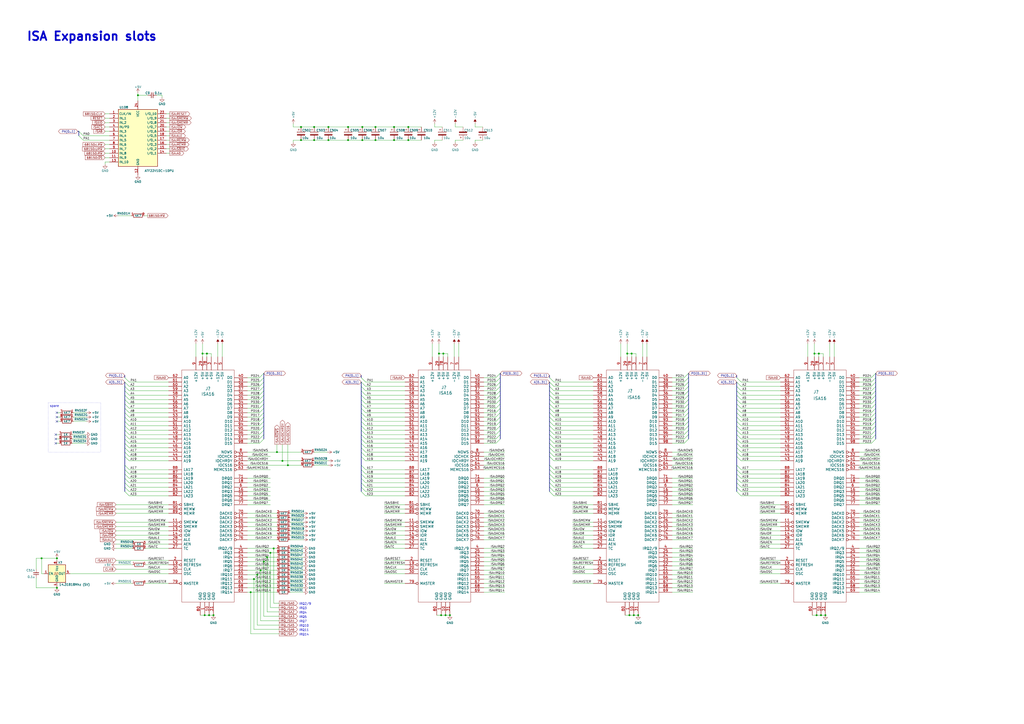
<source format=kicad_sch>
(kicad_sch (version 20230121) (generator eeschema)
  (paper "A2")
  (title_block (title "Raven 68060") (date "2024") (rev "A1") (company "Licensed under CERN-OHL-W v2") (comment 1 "(c)2024 Anders Granlund"))
  (junction (at 182.245 73.66))
  (junction (at 156.845 320.675))
  (junction (at 367.665 356.87))
  (junction (at 210.185 73.66))
  (junction (at 217.805 73.66))
  (junction (at 167.005 269.875))
  (junction (at 151.13 330.835))
  (junction (at 217.805 81.28))
  (junction (at 210.185 81.28))
  (junction (at 123.825 356.87))
  (junction (at 472.44 205.105))
  (junction (at 257.175 205.105))
  (junction (at 190.5 73.66))
  (junction (at 163.83 267.335))
  (junction (at 365.125 356.87))
  (junction (at 153.035 325.755))
  (junction (at 24.13 323.85))
  (junction (at 228.6 73.66))
  (junction (at 174.625 73.66))
  (junction (at 228.6 81.28))
  (junction (at 478.79 356.87))
  (junction (at 474.98 205.105))
  (junction (at 154.94 323.215))
  (junction (at 149.225 333.375))
  (junction (at 236.855 73.66))
  (junction (at 120.015 205.105))
  (junction (at 190.5 81.28))
  (junction (at 260.985 356.87))
  (junction (at 158.75 318.135))
  (junction (at 160.655 262.255))
  (junction (at 363.855 205.105))
  (junction (at 476.25 356.87))
  (junction (at 118.745 356.87))
  (junction (at 255.905 356.87))
  (junction (at 366.395 205.105))
  (junction (at 117.475 205.105))
  (junction (at 254.635 205.105))
  (junction (at 182.245 81.28))
  (junction (at 236.855 81.28))
  (junction (at 258.445 356.87))
  (junction (at 121.285 356.87))
  (junction (at 33.02 323.85))
  (junction (at 145.415 343.535))
  (junction (at 174.625 81.28))
  (junction (at 201.93 81.28))
  (junction (at 370.205 356.87))
  (junction (at 147.32 335.915))
  (junction (at 201.93 73.66))
  (junction (at 80.01 55.245))
  (junction (at 33.02 340.995))
  (junction (at 473.71 356.87))
  (no_connect (at 32.385 254.635))
  (no_connect (at 33.02 239.395))
  (no_connect (at 32.385 252.095))
  (no_connect (at 33.02 241.935))
  (no_connect (at 32.385 257.175))
  (no_connect (at 33.02 244.475))
  (bus_entry (at 72.39 257.175) (size 2.54 2.54))
  (bus_entry (at 318.77 241.935) (size 2.54 2.54))
  (bus_entry (at 72.39 280.035) (size 2.54 2.54))
  (bus_entry (at 209.55 277.495) (size 2.54 2.54))
  (bus_entry (at 427.355 277.495) (size 2.54 2.54))
  (bus_entry (at 318.77 272.415) (size 2.54 2.54))
  (bus_entry (at 508 226.695) (size -2.54 2.54))
  (bus_entry (at 209.55 239.395) (size 2.54 2.54))
  (bus_entry (at 153.035 254.635) (size -2.54 2.54))
  (bus_entry (at 427.355 234.315) (size 2.54 2.54))
  (bus_entry (at 209.55 272.415) (size 2.54 2.54))
  (bus_entry (at 72.39 277.495) (size 2.54 2.54))
  (bus_entry (at 45.72 76.2) (size 2.54 2.54))
  (bus_entry (at 508 252.095) (size -2.54 2.54))
  (bus_entry (at 318.77 277.495) (size 2.54 2.54))
  (bus_entry (at 427.355 272.415) (size 2.54 2.54))
  (bus_entry (at 399.415 249.555) (size -2.54 2.54))
  (bus_entry (at 209.55 282.575) (size 2.54 2.54))
  (bus_entry (at 508 221.615) (size -2.54 2.54))
  (bus_entry (at 153.035 252.095) (size -2.54 2.54))
  (bus_entry (at 72.39 282.575) (size 2.54 2.54))
  (bus_entry (at 399.415 231.775) (size -2.54 2.54))
  (bus_entry (at 318.77 236.855) (size 2.54 2.54))
  (bus_entry (at 508 229.235) (size -2.54 2.54))
  (bus_entry (at 153.035 241.935) (size -2.54 2.54))
  (bus_entry (at 399.415 241.935) (size -2.54 2.54))
  (bus_entry (at 209.55 236.855) (size 2.54 2.54))
  (bus_entry (at 290.195 241.935) (size -2.54 2.54))
  (bus_entry (at 209.55 280.035) (size 2.54 2.54))
  (bus_entry (at 209.55 247.015) (size 2.54 2.54))
  (bus_entry (at 318.77 254.635) (size 2.54 2.54))
  (bus_entry (at 427.355 264.795) (size 2.54 2.54))
  (bus_entry (at 508 244.475) (size -2.54 2.54))
  (bus_entry (at 209.55 262.255) (size 2.54 2.54))
  (bus_entry (at 72.39 252.095) (size 2.54 2.54))
  (bus_entry (at 318.77 234.315) (size 2.54 2.54))
  (bus_entry (at 427.355 221.615) (size 2.54 2.54))
  (bus_entry (at 427.355 236.855) (size 2.54 2.54))
  (bus_entry (at 427.355 257.175) (size 2.54 2.54))
  (bus_entry (at 508 234.315) (size -2.54 2.54))
  (bus_entry (at 209.55 259.715) (size 2.54 2.54))
  (bus_entry (at 209.55 226.695) (size 2.54 2.54))
  (bus_entry (at 318.77 231.775) (size 2.54 2.54))
  (bus_entry (at 427.355 274.955) (size 2.54 2.54))
  (bus_entry (at 209.55 229.235) (size 2.54 2.54))
  (bus_entry (at 72.39 262.255) (size 2.54 2.54))
  (bus_entry (at 290.195 252.095) (size -2.54 2.54))
  (bus_entry (at 209.55 264.795) (size 2.54 2.54))
  (bus_entry (at 508 247.015) (size -2.54 2.54))
  (bus_entry (at 209.55 274.955) (size 2.54 2.54))
  (bus_entry (at 72.39 247.015) (size 2.54 2.54))
  (bus_entry (at 153.035 244.475) (size -2.54 2.54))
  (bus_entry (at 209.55 219.075) (size 2.54 2.54))
  (bus_entry (at 209.55 269.875) (size 2.54 2.54))
  (bus_entry (at 290.195 229.235) (size -2.54 2.54))
  (bus_entry (at 209.55 249.555) (size 2.54 2.54))
  (bus_entry (at 399.415 234.315) (size -2.54 2.54))
  (bus_entry (at 153.035 221.615) (size -2.54 2.54))
  (bus_entry (at 399.415 236.855) (size -2.54 2.54))
  (bus_entry (at 72.39 241.935) (size 2.54 2.54))
  (bus_entry (at 427.355 254.635) (size 2.54 2.54))
  (bus_entry (at 427.355 269.875) (size 2.54 2.54))
  (bus_entry (at 290.195 254.635) (size -2.54 2.54))
  (bus_entry (at 209.55 252.095) (size 2.54 2.54))
  (bus_entry (at 318.77 262.255) (size 2.54 2.54))
  (bus_entry (at 508 241.935) (size -2.54 2.54))
  (bus_entry (at 427.355 241.935) (size 2.54 2.54))
  (bus_entry (at 290.195 236.855) (size -2.54 2.54))
  (bus_entry (at 153.035 219.075) (size -2.54 2.54))
  (bus_entry (at 427.355 282.575) (size 2.54 2.54))
  (bus_entry (at 427.355 239.395) (size 2.54 2.54))
  (bus_entry (at 318.77 269.875) (size 2.54 2.54))
  (bus_entry (at 427.355 262.255) (size 2.54 2.54))
  (bus_entry (at 72.39 244.475) (size 2.54 2.54))
  (bus_entry (at 153.035 224.155) (size -2.54 2.54))
  (bus_entry (at 399.415 252.095) (size -2.54 2.54))
  (bus_entry (at 209.55 234.315) (size 2.54 2.54))
  (bus_entry (at 399.415 239.395) (size -2.54 2.54))
  (bus_entry (at 72.39 224.155) (size 2.54 2.54))
  (bus_entry (at 318.77 239.395) (size 2.54 2.54))
  (bus_entry (at 153.035 229.235) (size -2.54 2.54))
  (bus_entry (at 290.195 244.475) (size -2.54 2.54))
  (bus_entry (at 318.77 247.015) (size 2.54 2.54))
  (bus_entry (at 72.39 219.075) (size 2.54 2.54))
  (bus_entry (at 72.39 221.615) (size 2.54 2.54))
  (bus_entry (at 399.415 216.535) (size -2.54 2.54))
  (bus_entry (at 399.415 226.695) (size -2.54 2.54))
  (bus_entry (at 427.355 224.155) (size 2.54 2.54))
  (bus_entry (at 290.195 231.775) (size -2.54 2.54))
  (bus_entry (at 209.55 285.115) (size 2.54 2.54))
  (bus_entry (at 153.035 247.015) (size -2.54 2.54))
  (bus_entry (at 72.39 259.715) (size 2.54 2.54))
  (bus_entry (at 290.195 249.555) (size -2.54 2.54))
  (bus_entry (at 318.77 219.075) (size 2.54 2.54))
  (bus_entry (at 72.39 226.695) (size 2.54 2.54))
  (bus_entry (at 290.195 221.615) (size -2.54 2.54))
  (bus_entry (at 153.035 231.775) (size -2.54 2.54))
  (bus_entry (at 153.035 234.315) (size -2.54 2.54))
  (bus_entry (at 290.195 216.535) (size -2.54 2.54))
  (bus_entry (at 427.355 259.715) (size 2.54 2.54))
  (bus_entry (at 209.55 231.775) (size 2.54 2.54))
  (bus_entry (at 318.77 280.035) (size 2.54 2.54))
  (bus_entry (at 72.39 254.635) (size 2.54 2.54))
  (bus_entry (at 72.39 269.875) (size 2.54 2.54))
  (bus_entry (at 399.415 247.015) (size -2.54 2.54))
  (bus_entry (at 209.55 224.155) (size 2.54 2.54))
  (bus_entry (at 318.77 244.475) (size 2.54 2.54))
  (bus_entry (at 399.415 224.155) (size -2.54 2.54))
  (bus_entry (at 318.77 274.955) (size 2.54 2.54))
  (bus_entry (at 427.355 226.695) (size 2.54 2.54))
  (bus_entry (at 508 224.155) (size -2.54 2.54))
  (bus_entry (at 318.77 259.715) (size 2.54 2.54))
  (bus_entry (at 290.195 224.155) (size -2.54 2.54))
  (bus_entry (at 318.77 224.155) (size 2.54 2.54))
  (bus_entry (at 399.415 219.075) (size -2.54 2.54))
  (bus_entry (at 290.195 239.395) (size -2.54 2.54))
  (bus_entry (at 427.355 249.555) (size 2.54 2.54))
  (bus_entry (at 72.39 272.415) (size 2.54 2.54))
  (bus_entry (at 318.77 221.615) (size 2.54 2.54))
  (bus_entry (at 399.415 254.635) (size -2.54 2.54))
  (bus_entry (at 209.55 244.475) (size 2.54 2.54))
  (bus_entry (at 72.39 274.955) (size 2.54 2.54))
  (bus_entry (at 399.415 229.235) (size -2.54 2.54))
  (bus_entry (at 318.77 252.095) (size 2.54 2.54))
  (bus_entry (at 318.77 264.795) (size 2.54 2.54))
  (bus_entry (at 318.77 282.575) (size 2.54 2.54))
  (bus_entry (at 153.035 239.395) (size -2.54 2.54))
  (bus_entry (at 508 216.535) (size -2.54 2.54))
  (bus_entry (at 72.39 239.395) (size 2.54 2.54))
  (bus_entry (at 72.39 264.795) (size 2.54 2.54))
  (bus_entry (at 318.77 257.175) (size 2.54 2.54))
  (bus_entry (at 427.355 285.115) (size 2.54 2.54))
  (bus_entry (at 209.55 241.935) (size 2.54 2.54))
  (bus_entry (at 72.39 236.855) (size 2.54 2.54))
  (bus_entry (at 153.035 216.535) (size -2.54 2.54))
  (bus_entry (at 427.355 219.075) (size 2.54 2.54))
  (bus_entry (at 508 231.775) (size -2.54 2.54))
  (bus_entry (at 427.355 244.475) (size 2.54 2.54))
  (bus_entry (at 399.415 221.615) (size -2.54 2.54))
  (bus_entry (at 427.355 247.015) (size 2.54 2.54))
  (bus_entry (at 209.55 221.615) (size 2.54 2.54))
  (bus_entry (at 72.39 234.315) (size 2.54 2.54))
  (bus_entry (at 72.39 229.235) (size 2.54 2.54))
  (bus_entry (at 153.035 249.555) (size -2.54 2.54))
  (bus_entry (at 290.195 234.315) (size -2.54 2.54))
  (bus_entry (at 72.39 249.555) (size 2.54 2.54))
  (bus_entry (at 318.77 229.235) (size 2.54 2.54))
  (bus_entry (at 427.355 252.095) (size 2.54 2.54))
  (bus_entry (at 508 236.855) (size -2.54 2.54))
  (bus_entry (at 508 239.395) (size -2.54 2.54))
  (bus_entry (at 508 249.555) (size -2.54 2.54))
  (bus_entry (at 427.355 280.035) (size 2.54 2.54))
  (bus_entry (at 318.77 226.695) (size 2.54 2.54))
  (bus_entry (at 427.355 231.775) (size 2.54 2.54))
  (bus_entry (at 290.195 226.695) (size -2.54 2.54))
  (bus_entry (at 45.72 78.74) (size 2.54 2.54))
  (bus_entry (at 427.355 229.235) (size 2.54 2.54))
  (bus_entry (at 318.77 249.555) (size 2.54 2.54))
  (bus_entry (at 318.77 285.115) (size 2.54 2.54))
  (bus_entry (at 153.035 226.695) (size -2.54 2.54))
  (bus_entry (at 72.39 231.775) (size 2.54 2.54))
  (bus_entry (at 290.195 219.075) (size -2.54 2.54))
  (bus_entry (at 399.415 244.475) (size -2.54 2.54))
  (bus_entry (at 209.55 254.635) (size 2.54 2.54))
  (bus_entry (at 209.55 257.175) (size 2.54 2.54))
  (bus_entry (at 153.035 236.855) (size -2.54 2.54))
  (bus_entry (at 508 254.635) (size -2.54 2.54))
  (bus_entry (at 72.39 285.115) (size 2.54 2.54))
  (bus_entry (at 290.195 247.015) (size -2.54 2.54))
  (bus_entry (at 508 219.075) (size -2.54 2.54))
  (bus (pts (xy 72.39 280.035) (xy 72.39 277.495)))
  (bus (pts (xy 399.415 229.235) (xy 399.415 226.695)))
  (wire (pts (xy 389.89 305.435) (xy 401.955 305.435)))
  (wire (pts (xy 145.415 367.665) (xy 145.415 343.535)))
  (wire (pts (xy 389.89 234.315) (xy 396.875 234.315)))
  (bus (pts (xy 508 229.235) (xy 508 226.695)))
  (wire (pts (xy 143.51 325.755) (xy 153.035 325.755)))
  (wire (pts (xy 389.89 290.195) (xy 401.955 290.195)))
  (wire (pts (xy 228.6 81.28) (xy 236.855 81.28)))
  (bus (pts (xy 72.39 264.795) (xy 72.39 269.875)))
  (wire (pts (xy 362.585 356.87) (xy 365.125 356.87)))
  (wire (pts (xy 222.885 318.135) (xy 234.95 318.135)))
  (bus (pts (xy 318.77 241.935) (xy 318.77 239.395)))
  (bus (pts (xy 153.035 221.615) (xy 153.035 219.075)))
  (bus (pts (xy 427.355 236.855) (xy 427.355 234.315)))
  (wire (pts (xy 440.69 295.275) (xy 452.755 295.275)))
  (wire (pts (xy 389.89 292.735) (xy 401.955 292.735)))
  (wire (pts (xy 498.475 219.075) (xy 505.46 219.075)))
  (wire (pts (xy 280.67 318.135) (xy 292.735 318.135)))
  (wire (pts (xy 321.31 231.775) (xy 344.17 231.775)))
  (wire (pts (xy 429.895 236.855) (xy 452.755 236.855)))
  (wire (pts (xy 440.69 332.74) (xy 452.755 332.74)))
  (wire (pts (xy 429.895 249.555) (xy 452.755 249.555)))
  (wire (pts (xy 252.095 82.55) (xy 252.095 81.28)))
  (wire (pts (xy 143.51 269.875) (xy 167.005 269.875)))
  (wire (pts (xy 210.185 81.28) (xy 217.805 81.28)))
  (wire (pts (xy 389.89 285.115) (xy 401.955 285.115)))
  (wire (pts (xy 212.09 244.475) (xy 234.95 244.475)))
  (wire (pts (xy 429.895 262.255) (xy 452.755 262.255)))
  (wire (pts (xy 122.555 205.105) (xy 120.015 205.105)))
  (wire (pts (xy 280.67 313.055) (xy 292.735 313.055)))
  (wire (pts (xy 332.105 297.815) (xy 344.17 297.815)))
  (wire (pts (xy 151.13 360.045) (xy 151.13 330.835)))
  (wire (pts (xy 280.67 325.755) (xy 292.735 325.755)))
  (wire (pts (xy 280.67 249.555) (xy 287.655 249.555)))
  (wire (pts (xy 280.67 335.915) (xy 292.735 335.915)))
  (wire (pts (xy 33.02 323.85) (xy 33.02 325.12)))
  (wire (pts (xy 161.925 354.965) (xy 154.94 354.965)))
  (wire (pts (xy 32.385 254.635) (xy 34.29 254.635)))
  (wire (pts (xy 143.51 239.395) (xy 150.495 239.395)))
  (wire (pts (xy 498.475 249.555) (xy 505.46 249.555)))
  (wire (pts (xy 280.67 269.875) (xy 292.735 269.875)))
  (wire (pts (xy 128.905 199.39) (xy 128.905 207.01)))
  (wire (pts (xy 280.67 310.515) (xy 292.735 310.515)))
  (wire (pts (xy 429.895 252.095) (xy 452.755 252.095)))
  (wire (pts (xy 84.455 327.66) (xy 97.79 327.66)))
  (wire (pts (xy 498.475 333.375) (xy 510.54 333.375)))
  (wire (pts (xy 367.665 356.87) (xy 370.205 356.87)))
  (wire (pts (xy 389.89 343.535) (xy 401.955 343.535)))
  (wire (pts (xy 74.93 272.415) (xy 97.79 272.415)))
  (bus (pts (xy 45.085 76.2) (xy 45.72 76.2)))
  (wire (pts (xy 429.895 274.955) (xy 452.755 274.955)))
  (wire (pts (xy 168.275 330.835) (xy 175.895 330.835)))
  (bus (pts (xy 72.39 217.805) (xy 72.39 219.075)))
  (bus (pts (xy 399.415 244.475) (xy 399.415 241.935)))
  (wire (pts (xy 143.51 236.855) (xy 150.495 236.855)))
  (wire (pts (xy 472.44 199.39) (xy 472.44 205.105)))
  (wire (pts (xy 143.51 272.415) (xy 156.845 272.415)))
  (wire (pts (xy 280.67 340.995) (xy 292.735 340.995)))
  (wire (pts (xy 168.275 302.895) (xy 175.895 302.895)))
  (wire (pts (xy 280.67 229.235) (xy 287.655 229.235)))
  (bus (pts (xy 72.39 224.155) (xy 72.39 221.615)))
  (wire (pts (xy 280.67 305.435) (xy 292.735 305.435)))
  (wire (pts (xy 321.31 287.655) (xy 344.17 287.655)))
  (wire (pts (xy 332.105 325.12) (xy 344.17 325.12)))
  (wire (pts (xy 321.31 254.635) (xy 344.17 254.635)))
  (wire (pts (xy 321.31 224.155) (xy 344.17 224.155)))
  (bus (pts (xy 209.55 259.715) (xy 209.55 257.175)))
  (wire (pts (xy 321.31 259.715) (xy 344.17 259.715)))
  (wire (pts (xy 84.455 338.455) (xy 97.79 338.455)))
  (wire (pts (xy 168.275 320.675) (xy 175.895 320.675)))
  (bus (pts (xy 318.77 236.855) (xy 318.77 234.315)))
  (wire (pts (xy 212.09 241.935) (xy 234.95 241.935)))
  (wire (pts (xy 143.51 328.295) (xy 160.655 328.295)))
  (wire (pts (xy 60.96 68.58) (xy 63.5 68.58)))
  (bus (pts (xy 427.355 241.935) (xy 427.355 239.395)))
  (wire (pts (xy 498.475 325.755) (xy 510.54 325.755)))
  (wire (pts (xy 96.52 86.36) (xy 98.425 86.36)))
  (wire (pts (xy 429.895 241.935) (xy 452.755 241.935)))
  (bus (pts (xy 72.39 274.955) (xy 72.39 272.415)))
  (wire (pts (xy 96.52 78.74) (xy 98.425 78.74)))
  (wire (pts (xy 96.52 76.2) (xy 98.425 76.2)))
  (wire (pts (xy 168.275 313.055) (xy 175.895 313.055)))
  (wire (pts (xy 222.885 325.12) (xy 234.95 325.12)))
  (bus (pts (xy 290.195 241.935) (xy 290.195 239.395)))
  (wire (pts (xy 143.51 340.995) (xy 160.655 340.995)))
  (bus (pts (xy 427.355 244.475) (xy 427.355 241.935)))
  (wire (pts (xy 222.885 330.2) (xy 234.95 330.2)))
  (wire (pts (xy 60.96 76.2) (xy 63.5 76.2)))
  (wire (pts (xy 168.275 307.975) (xy 175.895 307.975)))
  (wire (pts (xy 113.665 199.39) (xy 113.665 207.01)))
  (bus (pts (xy 72.39 234.315) (xy 72.39 231.775)))
  (wire (pts (xy 60.96 88.9) (xy 63.5 88.9)))
  (wire (pts (xy 76.835 315.595) (xy 67.31 315.595)))
  (wire (pts (xy 389.89 287.655) (xy 401.955 287.655)))
  (wire (pts (xy 389.89 297.815) (xy 401.955 297.815)))
  (wire (pts (xy 332.105 318.135) (xy 344.17 318.135)))
  (wire (pts (xy 168.275 340.995) (xy 175.895 340.995)))
  (wire (pts (xy 440.69 330.2) (xy 452.755 330.2)))
  (wire (pts (xy 74.93 231.775) (xy 97.79 231.775)))
  (wire (pts (xy 429.895 257.175) (xy 452.755 257.175)))
  (bus (pts (xy 153.035 249.555) (xy 153.035 247.015)))
  (wire (pts (xy 217.805 73.66) (xy 228.6 73.66)))
  (wire (pts (xy 168.275 305.435) (xy 175.895 305.435)))
  (wire (pts (xy 429.895 221.615) (xy 452.755 221.615)))
  (wire (pts (xy 212.09 272.415) (xy 234.95 272.415)))
  (wire (pts (xy 212.09 229.235) (xy 234.95 229.235)))
  (wire (pts (xy 32.385 252.095) (xy 34.29 252.095)))
  (bus (pts (xy 427.355 257.175) (xy 427.355 254.635)))
  (wire (pts (xy 429.895 234.315) (xy 452.755 234.315)))
  (wire (pts (xy 143.51 229.235) (xy 150.495 229.235)))
  (bus (pts (xy 318.77 280.035) (xy 318.77 277.495)))
  (wire (pts (xy 389.89 247.015) (xy 396.875 247.015)))
  (wire (pts (xy 363.855 199.39) (xy 363.855 205.105)))
  (wire (pts (xy 440.69 292.735) (xy 452.755 292.735)))
  (wire (pts (xy 332.105 313.055) (xy 344.17 313.055)))
  (wire (pts (xy 440.69 338.455) (xy 452.755 338.455)))
  (wire (pts (xy 74.93 252.095) (xy 97.79 252.095)))
  (wire (pts (xy 147.32 335.915) (xy 160.655 335.915)))
  (bus (pts (xy 427.355 217.805) (xy 427.355 219.075)))
  (bus (pts (xy 399.415 226.695) (xy 399.415 224.155)))
  (wire (pts (xy 440.69 297.815) (xy 452.755 297.815)))
  (wire (pts (xy 74.93 287.655) (xy 97.79 287.655)))
  (wire (pts (xy 389.89 302.895) (xy 401.955 302.895)))
  (wire (pts (xy 74.93 226.695) (xy 97.79 226.695)))
  (wire (pts (xy 280.67 219.075) (xy 287.655 219.075)))
  (wire (pts (xy 440.69 325.12) (xy 452.755 325.12)))
  (wire (pts (xy 74.93 229.235) (xy 97.79 229.235)))
  (wire (pts (xy 74.93 239.395) (xy 97.79 239.395)))
  (bus (pts (xy 318.77 249.555) (xy 318.77 247.015)))
  (wire (pts (xy 182.245 269.875) (xy 190.5 269.875)))
  (wire (pts (xy 280.67 231.775) (xy 287.655 231.775)))
  (wire (pts (xy 158.75 349.885) (xy 158.75 318.135)))
  (wire (pts (xy 280.67 262.255) (xy 292.735 262.255)))
  (bus (pts (xy 399.415 247.015) (xy 399.415 244.475)))
  (wire (pts (xy 116.205 356.87) (xy 118.745 356.87)))
  (bus (pts (xy 290.195 244.475) (xy 290.195 241.935)))
  (bus (pts (xy 427.355 262.255) (xy 427.355 259.715)))
  (bus (pts (xy 45.72 76.2) (xy 45.72 78.74)))
  (wire (pts (xy 143.51 267.335) (xy 163.83 267.335)))
  (wire (pts (xy 321.31 285.115) (xy 344.17 285.115)))
  (bus (pts (xy 318.77 257.175) (xy 318.77 254.635)))
  (wire (pts (xy 156.845 282.575) (xy 143.51 282.575)))
  (wire (pts (xy 498.475 335.915) (xy 510.54 335.915)))
  (wire (pts (xy 280.67 241.935) (xy 287.655 241.935)))
  (wire (pts (xy 41.91 257.175) (xy 49.53 257.175)))
  (bus (pts (xy 427.355 252.095) (xy 427.355 249.555)))
  (wire (pts (xy 48.26 81.28) (xy 63.5 81.28)))
  (wire (pts (xy 321.31 239.395) (xy 344.17 239.395)))
  (wire (pts (xy 498.475 254.635) (xy 505.46 254.635)))
  (wire (pts (xy 498.475 328.295) (xy 510.54 328.295)))
  (wire (pts (xy 440.69 318.135) (xy 452.755 318.135)))
  (wire (pts (xy 498.475 264.795) (xy 510.54 264.795)))
  (wire (pts (xy 143.51 297.815) (xy 160.655 297.815)))
  (wire (pts (xy 498.475 343.535) (xy 510.54 343.535)))
  (wire (pts (xy 498.475 267.335) (xy 510.54 267.335)))
  (wire (pts (xy 389.89 264.795) (xy 401.955 264.795)))
  (wire (pts (xy 429.895 254.635) (xy 452.755 254.635)))
  (wire (pts (xy 280.67 252.095) (xy 287.655 252.095)))
  (bus (pts (xy 209.55 241.935) (xy 209.55 239.395)))
  (bus (pts (xy 318.77 262.255) (xy 318.77 259.715)))
  (wire (pts (xy 42.545 241.935) (xy 50.165 241.935)))
  (bus (pts (xy 209.55 217.805) (xy 209.55 219.075)))
  (wire (pts (xy 170.18 71.755) (xy 170.18 73.66)))
  (wire (pts (xy 33.02 241.935) (xy 34.925 241.935)))
  (wire (pts (xy 168.275 328.295) (xy 175.895 328.295)))
  (wire (pts (xy 76.835 318.135) (xy 67.31 318.135)))
  (wire (pts (xy 429.895 239.395) (xy 452.755 239.395)))
  (wire (pts (xy 143.51 262.255) (xy 160.655 262.255)))
  (bus (pts (xy 72.39 277.495) (xy 72.39 274.955)))
  (bus (pts (xy 290.195 231.775) (xy 290.195 229.235)))
  (wire (pts (xy 74.93 236.855) (xy 97.79 236.855)))
  (wire (pts (xy 280.67 300.355) (xy 292.735 300.355)))
  (wire (pts (xy 168.275 325.755) (xy 175.895 325.755)))
  (wire (pts (xy 168.275 297.815) (xy 175.895 297.815)))
  (wire (pts (xy 143.51 226.695) (xy 150.495 226.695)))
  (wire (pts (xy 222.885 338.455) (xy 234.95 338.455)))
  (wire (pts (xy 67.31 313.055) (xy 97.79 313.055)))
  (wire (pts (xy 96.52 81.28) (xy 98.425 81.28)))
  (bus (pts (xy 290.195 252.095) (xy 290.195 249.555)))
  (bus (pts (xy 427.355 272.415) (xy 427.355 269.875)))
  (bus (pts (xy 508 234.315) (xy 508 236.855)))
  (wire (pts (xy 389.89 320.675) (xy 401.955 320.675)))
  (wire (pts (xy 170.18 81.28) (xy 174.625 81.28)))
  (bus (pts (xy 318.77 282.575) (xy 318.77 280.035)))
  (wire (pts (xy 143.51 338.455) (xy 160.655 338.455)))
  (wire (pts (xy 429.895 231.775) (xy 452.755 231.775)))
  (bus (pts (xy 427.355 264.795) (xy 427.355 269.875)))
  (wire (pts (xy 280.67 302.895) (xy 292.735 302.895)))
  (wire (pts (xy 275.59 71.755) (xy 275.59 73.66)))
  (wire (pts (xy 280.67 328.295) (xy 292.735 328.295)))
  (wire (pts (xy 74.93 280.035) (xy 97.79 280.035)))
  (bus (pts (xy 427.355 259.715) (xy 427.355 257.175)))
  (wire (pts (xy 275.59 82.55) (xy 275.59 81.28)))
  (wire (pts (xy 280.67 290.195) (xy 292.735 290.195)))
  (wire (pts (xy 321.31 252.095) (xy 344.17 252.095)))
  (wire (pts (xy 498.475 302.895) (xy 510.54 302.895)))
  (wire (pts (xy 474.98 205.105) (xy 472.44 205.105)))
  (wire (pts (xy 321.31 244.475) (xy 344.17 244.475)))
  (wire (pts (xy 389.89 221.615) (xy 396.875 221.615)))
  (wire (pts (xy 168.275 318.135) (xy 175.895 318.135)))
  (wire (pts (xy 366.395 207.01) (xy 366.395 205.105)))
  (bus (pts (xy 427.355 274.955) (xy 427.355 272.415)))
  (wire (pts (xy 280.67 257.175) (xy 287.655 257.175)))
  (wire (pts (xy 429.895 272.415) (xy 452.755 272.415)))
  (wire (pts (xy 212.09 236.855) (xy 234.95 236.855)))
  (wire (pts (xy 212.09 254.635) (xy 234.95 254.635)))
  (wire (pts (xy 332.105 310.515) (xy 344.17 310.515)))
  (wire (pts (xy 147.32 365.125) (xy 147.32 335.915)))
  (wire (pts (xy 74.93 274.955) (xy 97.79 274.955)))
  (wire (pts (xy 332.105 292.735) (xy 344.17 292.735)))
  (wire (pts (xy 440.69 327.66) (xy 452.755 327.66)))
  (wire (pts (xy 259.715 207.01) (xy 259.715 205.105)))
  (wire (pts (xy 74.93 257.175) (xy 97.79 257.175)))
  (bus (pts (xy 427.355 249.555) (xy 427.355 247.015)))
  (bus (pts (xy 290.195 249.555) (xy 290.195 247.015)))
  (wire (pts (xy 498.475 239.395) (xy 505.46 239.395)))
  (wire (pts (xy 236.855 73.66) (xy 244.475 73.66)))
  (bus (pts (xy 318.77 259.715) (xy 318.77 257.175)))
  (wire (pts (xy 161.925 360.045) (xy 151.13 360.045)))
  (bus (pts (xy 290.195 219.075) (xy 290.195 216.535)))
  (wire (pts (xy 149.225 362.585) (xy 149.225 333.375)))
  (wire (pts (xy 143.51 247.015) (xy 150.495 247.015)))
  (wire (pts (xy 429.895 244.475) (xy 452.755 244.475)))
  (bus (pts (xy 427.355 254.635) (xy 427.355 252.095)))
  (wire (pts (xy 332.105 315.595) (xy 344.17 315.595)))
  (wire (pts (xy 96.52 71.12) (xy 98.425 71.12)))
  (wire (pts (xy 74.93 282.575) (xy 97.79 282.575)))
  (wire (pts (xy 263.525 199.39) (xy 263.525 207.01)))
  (bus (pts (xy 153.035 254.635) (xy 153.035 252.095)))
  (wire (pts (xy 160.655 257.81) (xy 160.655 262.255)))
  (wire (pts (xy 143.51 221.615) (xy 150.495 221.615)))
  (bus (pts (xy 72.39 262.255) (xy 72.39 259.715)))
  (bus (pts (xy 318.77 234.315) (xy 318.77 231.775)))
  (bus (pts (xy 72.39 236.855) (xy 72.39 234.315)))
  (wire (pts (xy 498.475 234.315) (xy 505.46 234.315)))
  (wire (pts (xy 74.93 277.495) (xy 97.79 277.495)))
  (wire (pts (xy 60.96 83.82) (xy 63.5 83.82)))
  (wire (pts (xy 389.89 257.175) (xy 396.875 257.175)))
  (bus (pts (xy 399.415 252.095) (xy 399.415 249.555)))
  (bus (pts (xy 290.195 221.615) (xy 290.195 219.075)))
  (wire (pts (xy 25.4 332.74) (xy 24.13 332.74)))
  (wire (pts (xy 429.895 247.015) (xy 452.755 247.015)))
  (wire (pts (xy 212.09 267.335) (xy 234.95 267.335)))
  (bus (pts (xy 72.39 252.095) (xy 72.39 249.555)))
  (wire (pts (xy 321.31 262.255) (xy 344.17 262.255)))
  (wire (pts (xy 168.275 333.375) (xy 175.895 333.375)))
  (bus (pts (xy 72.39 241.935) (xy 72.39 239.395)))
  (wire (pts (xy 67.31 307.975) (xy 97.79 307.975)))
  (wire (pts (xy 472.44 205.105) (xy 472.44 207.01)))
  (wire (pts (xy 389.89 229.235) (xy 396.875 229.235)))
  (bus (pts (xy 209.55 257.175) (xy 209.55 254.635)))
  (wire (pts (xy 498.475 292.735) (xy 510.54 292.735)))
  (wire (pts (xy 252.095 71.755) (xy 252.095 73.66)))
  (bus (pts (xy 72.39 239.395) (xy 72.39 236.855)))
  (bus (pts (xy 427.355 239.395) (xy 427.355 236.855)))
  (wire (pts (xy 156.845 292.735) (xy 143.51 292.735)))
  (wire (pts (xy 389.89 262.255) (xy 401.955 262.255)))
  (bus (pts (xy 508 247.015) (xy 508 244.475)))
  (bus (pts (xy 209.55 280.035) (xy 209.55 277.495)))
  (bus (pts (xy 508 224.155) (xy 508 221.615)))
  (bus (pts (xy 508 239.395) (xy 508 236.855)))
  (wire (pts (xy 117.475 205.105) (xy 117.475 207.01)))
  (wire (pts (xy 498.475 257.175) (xy 505.46 257.175)))
  (wire (pts (xy 477.52 205.105) (xy 474.98 205.105)))
  (bus (pts (xy 318.77 274.955) (xy 318.77 272.415)))
  (wire (pts (xy 222.885 305.435) (xy 234.95 305.435)))
  (wire (pts (xy 498.475 338.455) (xy 510.54 338.455)))
  (bus (pts (xy 508 241.935) (xy 508 239.395)))
  (wire (pts (xy 280.67 323.215) (xy 292.735 323.215)))
  (bus (pts (xy 153.035 234.315) (xy 153.035 231.775)))
  (wire (pts (xy 174.625 81.28) (xy 182.245 81.28)))
  (wire (pts (xy 440.69 315.595) (xy 452.755 315.595)))
  (wire (pts (xy 498.475 252.095) (xy 505.46 252.095)))
  (wire (pts (xy 258.445 356.87) (xy 260.985 356.87)))
  (wire (pts (xy 280.67 244.475) (xy 287.655 244.475)))
  (wire (pts (xy 174.625 73.66) (xy 182.245 73.66)))
  (wire (pts (xy 498.475 280.035) (xy 510.54 280.035)))
  (wire (pts (xy 321.31 236.855) (xy 344.17 236.855)))
  (bus (pts (xy 318.77 244.475) (xy 318.77 241.935)))
  (bus (pts (xy 209.55 231.775) (xy 209.55 229.235)))
  (wire (pts (xy 67.31 295.275) (xy 97.79 295.275)))
  (wire (pts (xy 143.51 234.315) (xy 150.495 234.315)))
  (wire (pts (xy 440.69 310.515) (xy 452.755 310.515)))
  (bus (pts (xy 72.39 282.575) (xy 72.39 280.035)))
  (wire (pts (xy 143.51 244.475) (xy 150.495 244.475)))
  (wire (pts (xy 143.51 249.555) (xy 150.495 249.555)))
  (bus (pts (xy 290.195 247.015) (xy 290.195 244.475)))
  (wire (pts (xy 321.31 272.415) (xy 344.17 272.415)))
  (wire (pts (xy 498.475 305.435) (xy 510.54 305.435)))
  (wire (pts (xy 389.89 307.975) (xy 401.955 307.975)))
  (wire (pts (xy 210.185 73.66) (xy 217.805 73.66)))
  (wire (pts (xy 167.005 269.875) (xy 174.625 269.875)))
  (wire (pts (xy 20.955 340.995) (xy 33.02 340.995)))
  (wire (pts (xy 143.51 231.775) (xy 150.495 231.775)))
  (wire (pts (xy 212.09 257.175) (xy 234.95 257.175)))
  (wire (pts (xy 67.31 310.515) (xy 97.79 310.515)))
  (wire (pts (xy 360.045 199.39) (xy 360.045 207.01)))
  (wire (pts (xy 168.275 335.915) (xy 175.895 335.915)))
  (wire (pts (xy 151.13 330.835) (xy 160.655 330.835)))
  (bus (pts (xy 153.035 229.235) (xy 153.035 226.695)))
  (bus (pts (xy 209.55 264.795) (xy 209.55 269.875)))
  (bus (pts (xy 209.55 264.795) (xy 209.55 262.255)))
  (wire (pts (xy 321.31 234.315) (xy 344.17 234.315)))
  (wire (pts (xy 20.955 335.28) (xy 20.955 340.995)))
  (wire (pts (xy 429.895 226.695) (xy 452.755 226.695)))
  (wire (pts (xy 366.395 205.105) (xy 363.855 205.105)))
  (wire (pts (xy 163.83 267.335) (xy 174.625 267.335)))
  (wire (pts (xy 212.09 282.575) (xy 234.95 282.575)))
  (wire (pts (xy 372.745 199.39) (xy 372.745 207.01)))
  (wire (pts (xy 266.065 199.39) (xy 266.065 207.01)))
  (wire (pts (xy 264.16 82.55) (xy 264.16 81.28)))
  (bus (pts (xy 508 244.475) (xy 508 241.935)))
  (wire (pts (xy 145.415 343.535) (xy 160.655 343.535)))
  (wire (pts (xy 280.67 285.115) (xy 292.735 285.115)))
  (wire (pts (xy 212.09 264.795) (xy 234.95 264.795)))
  (wire (pts (xy 236.855 81.28) (xy 244.475 81.28)))
  (wire (pts (xy 429.895 267.335) (xy 452.755 267.335)))
  (wire (pts (xy 212.09 247.015) (xy 234.95 247.015)))
  (wire (pts (xy 212.09 224.155) (xy 234.95 224.155)))
  (bus (pts (xy 153.035 224.155) (xy 153.035 221.615)))
  (wire (pts (xy 182.245 267.335) (xy 190.5 267.335)))
  (wire (pts (xy 156.845 352.425) (xy 156.845 320.675)))
  (wire (pts (xy 257.175 205.105) (xy 254.635 205.105)))
  (wire (pts (xy 321.31 257.175) (xy 344.17 257.175)))
  (bus (pts (xy 318.77 264.795) (xy 318.77 269.875)))
  (wire (pts (xy 154.94 354.965) (xy 154.94 323.215)))
  (wire (pts (xy 122.555 207.01) (xy 122.555 205.105)))
  (wire (pts (xy 74.93 254.635) (xy 97.79 254.635)))
  (wire (pts (xy 20.955 330.2) (xy 20.955 323.85)))
  (wire (pts (xy 365.125 356.87) (xy 367.665 356.87)))
  (wire (pts (xy 222.885 327.66) (xy 234.95 327.66)))
  (wire (pts (xy 280.67 307.975) (xy 292.735 307.975)))
  (wire (pts (xy 212.09 234.315) (xy 234.95 234.315)))
  (wire (pts (xy 67.31 292.735) (xy 97.79 292.735)))
  (bus (pts (xy 290.195 239.395) (xy 290.195 236.855)))
  (wire (pts (xy 280.67 254.635) (xy 287.655 254.635)))
  (wire (pts (xy 212.09 226.695) (xy 234.95 226.695)))
  (wire (pts (xy 118.745 356.87) (xy 121.285 356.87)))
  (wire (pts (xy 498.475 297.815) (xy 510.54 297.815)))
  (wire (pts (xy 80.01 55.245) (xy 80.01 58.42)))
  (wire (pts (xy 93.98 55.245) (xy 93.98 56.515)))
  (wire (pts (xy 60.96 93.98) (xy 60.96 95.25)))
  (wire (pts (xy 321.31 282.575) (xy 344.17 282.575)))
  (wire (pts (xy 498.475 340.995) (xy 510.54 340.995)))
  (wire (pts (xy 67.31 302.895) (xy 97.79 302.895)))
  (wire (pts (xy 368.935 207.01) (xy 368.935 205.105)))
  (wire (pts (xy 280.67 221.615) (xy 287.655 221.615)))
  (wire (pts (xy 429.895 229.235) (xy 452.755 229.235)))
  (wire (pts (xy 96.52 88.9) (xy 98.425 88.9)))
  (wire (pts (xy 389.89 226.695) (xy 396.875 226.695)))
  (wire (pts (xy 280.67 338.455) (xy 292.735 338.455)))
  (wire (pts (xy 332.105 330.2) (xy 344.17 330.2)))
  (wire (pts (xy 149.225 333.375) (xy 160.655 333.375)))
  (wire (pts (xy 24.13 332.74) (xy 24.13 323.85)))
  (wire (pts (xy 42.545 239.395) (xy 50.165 239.395)))
  (wire (pts (xy 280.67 297.815) (xy 292.735 297.815)))
  (wire (pts (xy 389.89 328.295) (xy 401.955 328.295)))
  (wire (pts (xy 143.51 333.375) (xy 149.225 333.375)))
  (bus (pts (xy 399.415 239.395) (xy 399.415 236.855)))
  (wire (pts (xy 254.635 205.105) (xy 254.635 207.01)))
  (wire (pts (xy 60.96 91.44) (xy 63.5 91.44)))
  (wire (pts (xy 33.02 340.36) (xy 33.02 340.995)))
  (wire (pts (xy 389.89 313.055) (xy 401.955 313.055)))
  (wire (pts (xy 96.52 73.66) (xy 98.425 73.66)))
  (wire (pts (xy 168.275 343.535) (xy 175.895 343.535)))
  (wire (pts (xy 280.67 264.795) (xy 292.735 264.795)))
  (wire (pts (xy 321.31 226.695) (xy 344.17 226.695)))
  (bus (pts (xy 72.39 231.775) (xy 72.39 229.235)))
  (wire (pts (xy 429.895 282.575) (xy 452.755 282.575)))
  (wire (pts (xy 389.89 254.635) (xy 396.875 254.635)))
  (bus (pts (xy 427.355 234.315) (xy 427.355 231.775)))
  (wire (pts (xy 389.89 310.515) (xy 401.955 310.515)))
  (wire (pts (xy 60.96 73.66) (xy 63.5 73.66)))
  (wire (pts (xy 161.925 357.505) (xy 153.035 357.505)))
  (wire (pts (xy 222.885 307.975) (xy 234.95 307.975)))
  (wire (pts (xy 156.845 287.655) (xy 143.51 287.655)))
  (wire (pts (xy 222.885 302.895) (xy 234.95 302.895)))
  (wire (pts (xy 212.09 287.655) (xy 234.95 287.655)))
  (wire (pts (xy 222.885 313.055) (xy 234.95 313.055)))
  (wire (pts (xy 167.005 257.81) (xy 167.005 269.875)))
  (wire (pts (xy 498.475 244.475) (xy 505.46 244.475)))
  (bus (pts (xy 427.355 277.495) (xy 427.355 274.955)))
  (wire (pts (xy 471.17 356.87) (xy 473.71 356.87)))
  (wire (pts (xy 321.31 267.335) (xy 344.17 267.335)))
  (wire (pts (xy 80.01 55.245) (xy 85.725 55.245)))
  (bus (pts (xy 153.035 252.095) (xy 153.035 249.555)))
  (wire (pts (xy 332.105 307.975) (xy 344.17 307.975)))
  (wire (pts (xy 389.89 340.995) (xy 401.955 340.995)))
  (wire (pts (xy 389.89 219.075) (xy 396.875 219.075)))
  (wire (pts (xy 389.89 249.555) (xy 396.875 249.555)))
  (wire (pts (xy 120.015 207.01) (xy 120.015 205.105)))
  (wire (pts (xy 440.69 313.055) (xy 452.755 313.055)))
  (bus (pts (xy 72.39 229.235) (xy 72.39 226.695)))
  (bus (pts (xy 209.55 285.115) (xy 209.55 282.575)))
  (bus (pts (xy 508 252.095) (xy 508 249.555)))
  (wire (pts (xy 168.275 300.355) (xy 175.895 300.355)))
  (wire (pts (xy 74.93 262.255) (xy 97.79 262.255)))
  (bus (pts (xy 318.77 217.805) (xy 318.77 219.075)))
  (bus (pts (xy 399.415 224.155) (xy 399.415 221.615)))
  (wire (pts (xy 143.51 224.155) (xy 150.495 224.155)))
  (wire (pts (xy 48.26 78.74) (xy 63.5 78.74)))
  (wire (pts (xy 156.845 277.495) (xy 143.51 277.495)))
  (bus (pts (xy 153.035 244.475) (xy 153.035 241.935)))
  (wire (pts (xy 332.105 305.435) (xy 344.17 305.435)))
  (bus (pts (xy 72.39 264.795) (xy 72.39 262.255)))
  (wire (pts (xy 498.475 318.135) (xy 510.54 318.135)))
  (wire (pts (xy 440.69 305.435) (xy 452.755 305.435)))
  (wire (pts (xy 389.89 269.875) (xy 401.955 269.875)))
  (wire (pts (xy 498.475 262.255) (xy 510.54 262.255)))
  (wire (pts (xy 67.31 297.815) (xy 97.79 297.815)))
  (wire (pts (xy 80.01 55.245) (xy 80.01 53.975)))
  (wire (pts (xy 280.67 267.335) (xy 292.735 267.335)))
  (wire (pts (xy 498.475 229.235) (xy 505.46 229.235)))
  (wire (pts (xy 389.89 330.835) (xy 401.955 330.835)))
  (wire (pts (xy 429.895 277.495) (xy 452.755 277.495)))
  (wire (pts (xy 321.31 277.495) (xy 344.17 277.495)))
  (wire (pts (xy 321.31 249.555) (xy 344.17 249.555)))
  (bus (pts (xy 318.77 229.235) (xy 318.77 226.695)))
  (wire (pts (xy 498.475 290.195) (xy 510.54 290.195)))
  (bus (pts (xy 399.415 254.635) (xy 399.415 252.095)))
  (wire (pts (xy 143.51 305.435) (xy 160.655 305.435)))
  (wire (pts (xy 222.885 292.735) (xy 234.95 292.735)))
  (wire (pts (xy 41.91 254.635) (xy 49.53 254.635)))
  (bus (pts (xy 399.415 231.775) (xy 399.415 229.235)))
  (wire (pts (xy 389.89 231.775) (xy 396.875 231.775)))
  (wire (pts (xy 280.67 330.835) (xy 292.735 330.835)))
  (wire (pts (xy 143.51 318.135) (xy 158.75 318.135)))
  (wire (pts (xy 74.93 267.335) (xy 97.79 267.335)))
  (wire (pts (xy 212.09 252.095) (xy 234.95 252.095)))
  (wire (pts (xy 280.67 343.535) (xy 292.735 343.535)))
  (bus (pts (xy 290.195 234.315) (xy 290.195 236.855)))
  (bus (pts (xy 508 219.075) (xy 508 216.535)))
  (wire (pts (xy 280.67 234.315) (xy 287.655 234.315)))
  (wire (pts (xy 332.105 302.895) (xy 344.17 302.895)))
  (wire (pts (xy 498.475 330.835) (xy 510.54 330.835)))
  (wire (pts (xy 170.18 73.66) (xy 174.625 73.66)))
  (bus (pts (xy 318.77 226.695) (xy 318.77 224.155)))
  (bus (pts (xy 318.77 254.635) (xy 318.77 252.095)))
  (wire (pts (xy 368.935 205.105) (xy 366.395 205.105)))
  (wire (pts (xy 474.98 207.01) (xy 474.98 205.105)))
  (wire (pts (xy 74.93 234.315) (xy 97.79 234.315)))
  (wire (pts (xy 280.67 320.675) (xy 292.735 320.675)))
  (wire (pts (xy 389.89 323.215) (xy 401.955 323.215)))
  (wire (pts (xy 143.51 310.515) (xy 160.655 310.515)))
  (bus (pts (xy 427.355 280.035) (xy 427.355 277.495)))
  (wire (pts (xy 96.52 68.58) (xy 98.425 68.58)))
  (bus (pts (xy 318.77 247.015) (xy 318.77 244.475)))
  (bus (pts (xy 399.415 234.315) (xy 399.415 236.855)))
  (wire (pts (xy 222.885 315.595) (xy 234.95 315.595)))
  (wire (pts (xy 363.855 205.105) (xy 363.855 207.01)))
  (wire (pts (xy 143.51 254.635) (xy 150.495 254.635)))
  (bus (pts (xy 153.035 226.695) (xy 153.035 224.155)))
  (bus (pts (xy 427.355 224.155) (xy 427.355 221.615)))
  (wire (pts (xy 168.275 310.515) (xy 175.895 310.515)))
  (wire (pts (xy 280.67 224.155) (xy 287.655 224.155)))
  (wire (pts (xy 498.475 272.415) (xy 510.54 272.415)))
  (wire (pts (xy 222.885 297.815) (xy 234.95 297.815)))
  (wire (pts (xy 389.89 272.415) (xy 401.955 272.415)))
  (wire (pts (xy 389.89 335.915) (xy 401.955 335.915)))
  (wire (pts (xy 158.75 318.135) (xy 160.655 318.135)))
  (bus (pts (xy 209.55 249.555) (xy 209.55 247.015)))
  (wire (pts (xy 143.51 313.055) (xy 160.655 313.055)))
  (bus (pts (xy 72.39 285.115) (xy 72.39 282.575)))
  (wire (pts (xy 160.655 262.255) (xy 174.625 262.255)))
  (bus (pts (xy 72.39 257.175) (xy 72.39 254.635)))
  (wire (pts (xy 280.67 287.655) (xy 292.735 287.655)))
  (wire (pts (xy 498.475 320.675) (xy 510.54 320.675)))
  (bus (pts (xy 318.77 285.115) (xy 318.77 282.575)))
  (wire (pts (xy 60.96 71.12) (xy 63.5 71.12)))
  (bus (pts (xy 427.355 229.235) (xy 427.355 226.695)))
  (wire (pts (xy 280.67 282.575) (xy 292.735 282.575)))
  (bus (pts (xy 508 234.315) (xy 508 231.775)))
  (wire (pts (xy 477.52 207.01) (xy 477.52 205.105)))
  (wire (pts (xy 389.89 241.935) (xy 396.875 241.935)))
  (wire (pts (xy 321.31 264.795) (xy 344.17 264.795)))
  (wire (pts (xy 264.16 73.66) (xy 268.605 73.66)))
  (wire (pts (xy 498.475 236.855) (xy 505.46 236.855)))
  (wire (pts (xy 321.31 229.235) (xy 344.17 229.235)))
  (bus (pts (xy 153.035 239.395) (xy 153.035 236.855)))
  (wire (pts (xy 74.93 244.475) (xy 97.79 244.475)))
  (wire (pts (xy 143.51 307.975) (xy 160.655 307.975)))
  (wire (pts (xy 182.245 262.255) (xy 189.865 262.255)))
  (wire (pts (xy 476.25 356.87) (xy 478.79 356.87)))
  (wire (pts (xy 76.2 125.095) (xy 68.58 125.095)))
  (bus (pts (xy 508 249.555) (xy 508 247.015)))
  (wire (pts (xy 143.51 257.175) (xy 150.495 257.175)))
  (wire (pts (xy 90.805 55.245) (xy 93.98 55.245)))
  (wire (pts (xy 264.16 71.755) (xy 264.16 73.66)))
  (wire (pts (xy 182.245 73.66) (xy 190.5 73.66)))
  (wire (pts (xy 40.64 332.74) (xy 97.79 332.74)))
  (bus (pts (xy 318.77 239.395) (xy 318.77 236.855)))
  (bus (pts (xy 209.55 229.235) (xy 209.55 226.695)))
  (wire (pts (xy 280.67 239.395) (xy 287.655 239.395)))
  (wire (pts (xy 264.16 81.28) (xy 268.605 81.28)))
  (wire (pts (xy 498.475 285.115) (xy 510.54 285.115)))
  (wire (pts (xy 67.31 325.12) (xy 97.79 325.12)))
  (wire (pts (xy 280.67 292.735) (xy 292.735 292.735)))
  (wire (pts (xy 212.09 274.955) (xy 234.95 274.955)))
  (wire (pts (xy 498.475 231.775) (xy 505.46 231.775)))
  (wire (pts (xy 163.83 257.81) (xy 163.83 267.335)))
  (wire (pts (xy 143.51 252.095) (xy 150.495 252.095)))
  (bus (pts (xy 427.355 264.795) (xy 427.355 262.255)))
  (wire (pts (xy 212.09 249.555) (xy 234.95 249.555)))
  (bus (pts (xy 209.55 236.855) (xy 209.55 234.315)))
  (wire (pts (xy 121.285 356.87) (xy 123.825 356.87)))
  (wire (pts (xy 143.51 335.915) (xy 147.32 335.915)))
  (wire (pts (xy 74.93 224.155) (xy 97.79 224.155)))
  (wire (pts (xy 321.31 241.935) (xy 344.17 241.935)))
  (bus (pts (xy 72.39 272.415) (xy 72.39 269.875)))
  (wire (pts (xy 498.475 287.655) (xy 510.54 287.655)))
  (wire (pts (xy 153.035 325.755) (xy 160.655 325.755)))
  (wire (pts (xy 143.51 241.935) (xy 150.495 241.935)))
  (wire (pts (xy 255.905 356.87) (xy 258.445 356.87)))
  (bus (pts (xy 318.77 277.495) (xy 318.77 274.955)))
  (bus (pts (xy 318.77 272.415) (xy 318.77 269.875)))
  (bus (pts (xy 72.39 244.475) (xy 72.39 241.935)))
  (wire (pts (xy 252.095 73.66) (xy 256.54 73.66)))
  (wire (pts (xy 161.925 349.885) (xy 158.75 349.885)))
  (wire (pts (xy 440.69 307.975) (xy 452.755 307.975)))
  (wire (pts (xy 498.475 241.935) (xy 505.46 241.935)))
  (bus (pts (xy 399.415 221.615) (xy 399.415 219.075)))
  (bus (pts (xy 290.195 234.315) (xy 290.195 231.775)))
  (wire (pts (xy 212.09 262.255) (xy 234.95 262.255)))
  (wire (pts (xy 429.895 224.155) (xy 452.755 224.155)))
  (bus (pts (xy 209.55 272.415) (xy 209.55 269.875)))
  (bus (pts (xy 427.355 282.575) (xy 427.355 280.035)))
  (wire (pts (xy 42.545 244.475) (xy 50.165 244.475)))
  (wire (pts (xy 498.475 221.615) (xy 505.46 221.615)))
  (wire (pts (xy 143.51 330.835) (xy 151.13 330.835)))
  (bus (pts (xy 290.195 226.695) (xy 290.195 224.155)))
  (wire (pts (xy 74.93 264.795) (xy 97.79 264.795)))
  (wire (pts (xy 74.93 249.555) (xy 97.79 249.555)))
  (wire (pts (xy 498.475 269.875) (xy 510.54 269.875)))
  (wire (pts (xy 275.59 73.66) (xy 280.035 73.66)))
  (bus (pts (xy 153.035 234.315) (xy 153.035 236.855)))
  (bus (pts (xy 153.035 247.015) (xy 153.035 244.475)))
  (wire (pts (xy 74.93 241.935) (xy 97.79 241.935)))
  (wire (pts (xy 259.715 205.105) (xy 257.175 205.105)))
  (wire (pts (xy 429.895 280.035) (xy 452.755 280.035)))
  (bus (pts (xy 72.39 254.635) (xy 72.39 252.095)))
  (bus (pts (xy 72.39 259.715) (xy 72.39 257.175)))
  (bus (pts (xy 209.55 224.155) (xy 209.55 221.615)))
  (bus (pts (xy 318.77 264.795) (xy 318.77 262.255)))
  (wire (pts (xy 143.51 343.535) (xy 145.415 343.535)))
  (bus (pts (xy 153.035 231.775) (xy 153.035 229.235)))
  (wire (pts (xy 120.015 205.105) (xy 117.475 205.105)))
  (bus (pts (xy 318.77 231.775) (xy 318.77 229.235)))
  (bus (pts (xy 427.355 231.775) (xy 427.355 229.235)))
  (wire (pts (xy 126.365 199.39) (xy 126.365 207.01)))
  (wire (pts (xy 498.475 277.495) (xy 510.54 277.495)))
  (wire (pts (xy 280.67 333.375) (xy 292.735 333.375)))
  (wire (pts (xy 498.475 226.695) (xy 505.46 226.695)))
  (bus (pts (xy 72.39 247.015) (xy 72.39 244.475)))
  (wire (pts (xy 481.33 199.39) (xy 481.33 207.01)))
  (wire (pts (xy 84.455 318.135) (xy 97.79 318.135)))
  (wire (pts (xy 498.475 282.575) (xy 510.54 282.575)))
  (wire (pts (xy 332.105 327.66) (xy 344.17 327.66)))
  (wire (pts (xy 32.385 257.175) (xy 34.29 257.175)))
  (wire (pts (xy 429.895 264.795) (xy 452.755 264.795)))
  (bus (pts (xy 427.355 226.695) (xy 427.355 224.155)))
  (wire (pts (xy 280.67 277.495) (xy 292.735 277.495)))
  (wire (pts (xy 429.895 287.655) (xy 452.755 287.655)))
  (wire (pts (xy 201.93 81.28) (xy 210.185 81.28)))
  (wire (pts (xy 389.89 224.155) (xy 396.875 224.155)))
  (bus (pts (xy 209.55 244.475) (xy 209.55 241.935)))
  (bus (pts (xy 508 231.775) (xy 508 229.235)))
  (bus (pts (xy 427.355 247.015) (xy 427.355 244.475)))
  (wire (pts (xy 33.02 239.395) (xy 34.925 239.395)))
  (wire (pts (xy 67.31 327.66) (xy 76.835 327.66)))
  (bus (pts (xy 427.355 285.115) (xy 427.355 282.575)))
  (bus (pts (xy 72.39 249.555) (xy 72.39 247.015)))
  (wire (pts (xy 156.845 320.675) (xy 160.655 320.675)))
  (wire (pts (xy 473.71 356.87) (xy 476.25 356.87)))
  (wire (pts (xy 280.67 236.855) (xy 287.655 236.855)))
  (bus (pts (xy 209.55 252.095) (xy 209.55 249.555)))
  (bus (pts (xy 318.77 224.155) (xy 318.77 221.615)))
  (bus (pts (xy 209.55 254.635) (xy 209.55 252.095)))
  (wire (pts (xy 389.89 325.755) (xy 401.955 325.755)))
  (wire (pts (xy 429.895 285.115) (xy 452.755 285.115)))
  (wire (pts (xy 170.18 82.55) (xy 170.18 81.28)))
  (wire (pts (xy 182.245 81.28) (xy 190.5 81.28)))
  (bus (pts (xy 399.415 249.555) (xy 399.415 247.015)))
  (wire (pts (xy 389.89 244.475) (xy 396.875 244.475)))
  (wire (pts (xy 280.67 280.035) (xy 292.735 280.035)))
  (wire (pts (xy 389.89 252.095) (xy 396.875 252.095)))
  (wire (pts (xy 498.475 224.155) (xy 505.46 224.155)))
  (wire (pts (xy 498.475 313.055) (xy 510.54 313.055)))
  (bus (pts (xy 209.55 274.955) (xy 209.55 272.415)))
  (bus (pts (xy 209.55 282.575) (xy 209.55 280.035)))
  (wire (pts (xy 222.885 295.275) (xy 234.95 295.275)))
  (wire (pts (xy 60.96 66.04) (xy 63.5 66.04)))
  (bus (pts (xy 209.55 239.395) (xy 209.55 236.855)))
  (wire (pts (xy 83.82 125.095) (xy 85.725 125.095)))
  (wire (pts (xy 389.89 338.455) (xy 401.955 338.455)))
  (wire (pts (xy 332.105 295.275) (xy 344.17 295.275)))
  (bus (pts (xy 318.77 252.095) (xy 318.77 249.555)))
  (wire (pts (xy 161.925 362.585) (xy 149.225 362.585)))
  (wire (pts (xy 67.31 338.455) (xy 76.835 338.455)))
  (wire (pts (xy 74.93 221.615) (xy 97.79 221.615)))
  (bus (pts (xy 209.55 234.315) (xy 209.55 231.775)))
  (bus (pts (xy 153.035 241.935) (xy 153.035 239.395)))
  (wire (pts (xy 257.175 207.01) (xy 257.175 205.105)))
  (wire (pts (xy 84.455 315.595) (xy 97.79 315.595)))
  (wire (pts (xy 161.925 367.665) (xy 145.415 367.665)))
  (wire (pts (xy 250.825 199.39) (xy 250.825 207.01)))
  (wire (pts (xy 389.89 333.375) (xy 401.955 333.375)))
  (wire (pts (xy 212.09 280.035) (xy 234.95 280.035)))
  (wire (pts (xy 429.895 259.715) (xy 452.755 259.715)))
  (wire (pts (xy 321.31 221.615) (xy 344.17 221.615)))
  (wire (pts (xy 143.51 300.355) (xy 160.655 300.355)))
  (wire (pts (xy 143.51 323.215) (xy 154.94 323.215)))
  (wire (pts (xy 222.885 310.515) (xy 234.95 310.515)))
  (wire (pts (xy 222.885 332.74) (xy 234.95 332.74)))
  (wire (pts (xy 74.93 247.015) (xy 97.79 247.015)))
  (bus (pts (xy 290.195 229.235) (xy 290.195 226.695)))
  (wire (pts (xy 389.89 282.575) (xy 401.955 282.575)))
  (wire (pts (xy 96.52 66.04) (xy 98.425 66.04)))
  (wire (pts (xy 161.925 352.425) (xy 156.845 352.425)))
  (wire (pts (xy 67.31 330.2) (xy 97.79 330.2)))
  (wire (pts (xy 143.51 302.895) (xy 160.655 302.895)))
  (wire (pts (xy 74.93 285.115) (xy 97.79 285.115)))
  (wire (pts (xy 321.31 274.955) (xy 344.17 274.955)))
  (wire (pts (xy 228.6 73.66) (xy 236.855 73.66)))
  (bus (pts (xy 209.55 262.255) (xy 209.55 259.715)))
  (wire (pts (xy 212.09 231.775) (xy 234.95 231.775)))
  (wire (pts (xy 33.02 244.475) (xy 34.925 244.475)))
  (wire (pts (xy 154.94 323.215) (xy 160.655 323.215)))
  (wire (pts (xy 156.845 290.195) (xy 143.51 290.195)))
  (bus (pts (xy 209.55 226.695) (xy 209.55 224.155)))
  (wire (pts (xy 156.845 280.035) (xy 143.51 280.035)))
  (wire (pts (xy 156.845 285.115) (xy 143.51 285.115)))
  (wire (pts (xy 41.91 252.095) (xy 49.53 252.095)))
  (wire (pts (xy 161.925 365.125) (xy 147.32 365.125)))
  (wire (pts (xy 389.89 318.135) (xy 401.955 318.135)))
  (wire (pts (xy 143.51 264.795) (xy 156.845 264.795)))
  (bus (pts (xy 72.39 226.695) (xy 72.39 224.155)))
  (wire (pts (xy 212.09 285.115) (xy 234.95 285.115)))
  (wire (pts (xy 168.275 323.215) (xy 175.895 323.215)))
  (wire (pts (xy 498.475 247.015) (xy 505.46 247.015)))
  (bus (pts (xy 290.195 224.155) (xy 290.195 221.615)))
  (wire (pts (xy 332.105 332.74) (xy 344.17 332.74)))
  (wire (pts (xy 212.09 277.495) (xy 234.95 277.495)))
  (wire (pts (xy 280.67 226.695) (xy 287.655 226.695)))
  (bus (pts (xy 209.55 247.015) (xy 209.55 244.475)))
  (wire (pts (xy 60.96 86.36) (xy 63.5 86.36)))
  (wire (pts (xy 143.51 320.675) (xy 156.845 320.675)))
  (bus (pts (xy 508 221.615) (xy 508 219.075)))
  (wire (pts (xy 117.475 199.39) (xy 117.475 205.105)))
  (wire (pts (xy 280.67 272.415) (xy 292.735 272.415)))
  (wire (pts (xy 201.93 73.66) (xy 210.185 73.66)))
  (bus (pts (xy 399.415 219.075) (xy 399.415 216.535)))
  (wire (pts (xy 20.955 323.85) (xy 24.13 323.85)))
  (wire (pts (xy 217.805 81.28) (xy 228.6 81.28)))
  (wire (pts (xy 24.13 323.85) (xy 33.02 323.85)))
  (wire (pts (xy 389.89 300.355) (xy 401.955 300.355)))
  (wire (pts (xy 212.09 259.715) (xy 234.95 259.715)))
  (wire (pts (xy 498.475 307.975) (xy 510.54 307.975)))
  (wire (pts (xy 96.52 83.82) (xy 98.425 83.82)))
  (wire (pts (xy 280.67 247.015) (xy 287.655 247.015)))
  (wire (pts (xy 389.89 267.335) (xy 401.955 267.335)))
  (wire (pts (xy 498.475 310.515) (xy 510.54 310.515)))
  (wire (pts (xy 190.5 81.28) (xy 201.93 81.28)))
  (wire (pts (xy 190.5 73.66) (xy 201.93 73.66)))
  (wire (pts (xy 389.89 280.035) (xy 401.955 280.035)))
  (bus (pts (xy 153.035 219.075) (xy 153.035 216.535)))
  (wire (pts (xy 253.365 356.87) (xy 255.905 356.87)))
  (bus (pts (xy 508 226.695) (xy 508 224.155)))
  (wire (pts (xy 321.31 280.035) (xy 344.17 280.035)))
  (wire (pts (xy 212.09 221.615) (xy 234.95 221.615)))
  (wire (pts (xy 332.105 338.455) (xy 344.17 338.455)))
  (wire (pts (xy 389.89 277.495) (xy 401.955 277.495)))
  (wire (pts (xy 468.63 199.39) (xy 468.63 207.01)))
  (wire (pts (xy 275.59 81.28) (xy 280.035 81.28)))
  (wire (pts (xy 63.5 93.98) (xy 60.96 93.98)))
  (wire (pts (xy 389.89 239.395) (xy 396.875 239.395)))
  (wire (pts (xy 375.285 199.39) (xy 375.285 207.01)))
  (wire (pts (xy 212.09 239.395) (xy 234.95 239.395)))
  (wire (pts (xy 440.69 302.895) (xy 452.755 302.895)))
  (wire (pts (xy 389.89 236.855) (xy 396.875 236.855)))
  (wire (pts (xy 168.275 338.455) (xy 175.895 338.455)))
  (bus (pts (xy 209.55 277.495) (xy 209.55 274.955)))
  (bus (pts (xy 508 254.635) (xy 508 252.095)))
  (wire (pts (xy 153.035 357.505) (xy 153.035 325.755)))
  (bus (pts (xy 399.415 241.935) (xy 399.415 239.395)))
  (bus (pts (xy 399.415 234.315) (xy 399.415 231.775)))
  (wire (pts (xy 252.095 81.28) (xy 256.54 81.28)))
  (wire (pts (xy 321.31 247.015) (xy 344.17 247.015)))
  (wire (pts (xy 498.475 323.215) (xy 510.54 323.215)))
  (wire (pts (xy 143.51 219.075) (xy 150.495 219.075)))
  (wire (pts (xy 74.93 259.715) (xy 97.79 259.715)))
  (wire (pts (xy 254.635 199.39) (xy 254.635 205.105)))
  (wire (pts (xy 483.87 199.39) (xy 483.87 207.01)))
  (wire (pts (xy 498.475 300.355) (xy 510.54 300.355)))
  (wire (pts (xy 67.31 305.435) (xy 97.79 305.435)))
  (bus (pts (xy 290.195 254.635) (xy 290.195 252.095)))
  (text_box "spare" (at 27.94 233.68 0) (size 30.48 28.575) (stroke (width 0) (type dot)) (effects (font (size 1.27 1.27)) (justify left top)))
  (text "IRQ14" (at 173.355 368.935 0) (effects (font (size 1.27 1.27)) (justify left bottom)))
  (text "IRQ10" (at 173.355 363.855 0) (effects (font (size 1.27 1.27)) (justify left bottom)))
  (text "IRQ4" (at 173.355 356.235 0) (effects (font (size 1.27 1.27)) (justify left bottom)))
  (text "IRQ11" (at 173.355 366.395 0) (effects (font (size 1.27 1.27)) (justify left bottom)))
  (text "IRQ7" (at 173.355 361.315 0) (effects (font (size 1.27 1.27)) (justify left bottom)))
  (text "IRQ5" (at 173.355 358.775 0) (effects (font (size 1.27 1.27)) (justify left bottom)))
  (text "IRQ3" (at 173.355 353.695 0) (effects (font (size 1.27 1.27)) (justify left bottom)))
  (text "ISA Expansion slots" (at 15.24 24.13 0) (effects (font (size 5 5) (thickness 1) bold) (justify left bottom)))
  (text "IRQ2/9" (at 173.355 351.155 0) (effects (font (size 1.27 1.27)) (justify left bottom)))
  (label "PD31" (at 145.415 236.855 0))
  (label "A21" (at 321.945 282.575 0))
  (label "A7" (at 75.565 236.855 0))
  (label "ISA:DACK1" (at 510.54 300.355 180))
  (label "A5" (at 321.945 231.775 0))
  (label "A17" (at 430.53 272.415 0))
  (label "ISA:IRQ3" (at 401.955 320.675 180))
  (label "A5" (at 212.725 231.775 0))
  (label "ISA:IRQ4" (at 510.54 323.215 180))
  (label "ISA:OSC" (at 85.725 332.74 0))
  (label "ISA:TC" (at 222.885 318.135 0))
  (label "ISA:DRQ5" (at 292.735 287.655 180))
  (label "ISA:IRQ6" (at 147.955 328.295 0))
  (label "PD26" (at 391.795 224.155 0))
  (label "ISA:DACK7" (at 147.955 313.055 0))
  (label "PD29" (at 282.575 231.775 0))
  (label "A18" (at 75.565 264.795 0))
  (label "ISA:MASTER" (at 222.885 338.455 0))
  (label "PD31" (at 391.795 236.855 0))
  (label "ISA:DACK3" (at 401.955 305.435 180))
  (label "A6" (at 212.725 234.315 0))
  (label "PD29" (at 145.415 231.775 0))
  (label "A14" (at 75.565 254.635 0))
  (label "ISA:SBHE" (at 332.105 292.735 0))
  (label "ISA:SMEMW" (at 222.885 302.895 0))
  (label "PD27" (at 282.575 226.695 0))
  (label "PD20" (at 391.795 249.555 0))
  (label "A7" (at 212.725 236.855 0))
  (label "PD21" (at 391.795 252.095 0))
  (label "ISA:IOW" (at 332.105 307.975 0))
  (label "ISA:IOCHRDY" (at 292.735 267.335 180))
  (label "ISA:TC" (at 440.69 318.135 0))
  (label "A19" (at 75.565 277.495 0))
  (label "ISA:DRQ3" (at 292.735 285.115 180))
  (label "ISA:DACK0" (at 510.54 297.815 180))
  (label "A11" (at 75.565 247.015 0))
  (label "PD24" (at 145.415 219.075 0))
  (label "A12" (at 75.565 249.555 0))
  (label "ISA:IRQ11" (at 147.955 335.915 0))
  (label "ISA:CLK" (at 440.69 330.2 0))
  (label "ISA:NOWS" (at 401.955 262.255 180))
  (label "PD28" (at 391.795 229.235 0))
  (label "ISA:AEN" (at 222.885 315.595 0))
  (label "ISA:MEMCS16" (at 401.955 272.415 180))
  (label "ISA:OSC" (at 222.885 332.74 0))
  (label "ISA:IOCHK" (at 401.955 264.795 180))
  (label "ISA:REFRESH" (at 222.885 327.66 0))
  (label "ISA:DRQ1" (at 155.575 280.035 180))
  (label "ISA:IOCHK" (at 292.735 264.795 180))
  (label "A12" (at 212.725 249.555 0))
  (label "ISA:ALE" (at 85.725 313.055 0))
  (label "ISA:DACK0" (at 147.955 297.815 0))
  (label "PD23" (at 282.575 257.175 0))
  (label "A16" (at 430.53 259.715 0))
  (label "A13" (at 321.945 252.095 0))
  (label "ISA:MEMW" (at 222.885 295.275 0))
  (label "ISA:RESET" (at 222.885 325.12 0))
  (label "ISA:DRQ1" (at 401.955 280.035 180))
  (label "A16" (at 321.945 259.715 0))
  (label "ISA:IRQ7" (at 292.735 330.835 180))
  (label "PD28" (at 145.415 229.235 0))
  (label "PD31" (at 282.575 236.855 0))
  (label "ISA:IRQ2" (at 510.54 318.135 180))
  (label "ISA:OSC" (at 332.105 332.74 0))
  (label "A8" (at 430.53 239.395 0))
  (label "ISA:IOCS16" (at 510.54 269.875 180))
  (label "A20" (at 212.725 280.035 0))
  (label "PD26" (at 282.575 224.155 0))
  (label "A2" (at 75.565 224.155 0))
  (label "PD17" (at 145.415 241.935 0))
  (label "A23" (at 75.565 287.655 0))
  (label "A15" (at 321.945 257.175 0))
  (label "PD18" (at 282.575 244.475 0))
  (label "A4" (at 212.725 229.235 0))
  (label "ISA:IRQ11" (at 510.54 335.915 180))
  (label "A2" (at 321.945 224.155 0))
  (label "A11" (at 212.725 247.015 0))
  (label "A3" (at 75.565 226.695 0))
  (label "A4" (at 430.53 229.235 0))
  (label "ISA:IRQ13" (at 147.955 340.995 0))
  (label "ISA:IRQ13" (at 292.735 340.995 180))
  (label "ISA:IRQ5" (at 401.955 325.755 180))
  (label "A21" (at 75.565 282.575 0))
  (label "A5" (at 75.565 231.775 0))
  (label "ISA:MEMW" (at 332.105 295.275 0))
  (label "A13" (at 212.725 252.095 0))
  (label "ISA:DRQ2" (at 292.735 282.575 180))
  (label "ISA:CLK" (at 222.885 330.2 0))
  (label "PD29" (at 391.795 231.775 0))
  (label "ISA:DACK2" (at 401.955 302.895 180))
  (label "PA1" (at 48.26 81.28 0))
  (label "ISA:AEN" (at 85.725 315.595 0))
  (label "PA1" (at 216.535 221.615 180))
  (label "ISA:DRQ5" (at 401.955 287.655 180))
  (label "ISA:IOW" (at 440.69 307.975 0))
  (label "A23" (at 212.725 287.655 0))
  (label "ISA:NOWS" (at 510.54 262.255 180))
  (label "ISA:IOCHRDY" (at 155.575 267.335 180))
  (label "ISA:DACK6" (at 510.54 310.515 180))
  (label "ISA:IRQ10" (at 510.54 333.375 180))
  (label "A19" (at 321.945 267.335 0))
  (label "A8" (at 321.945 239.395 0))
  (label "ISA:IRQ5" (at 292.735 325.755 180))
  (label "ISA:DRQ1" (at 510.54 280.035 180))
  (label "PD16" (at 282.575 239.395 0))
  (label "ISA:DACK0" (at 401.955 297.815 180))
  (label "PD21" (at 282.575 252.095 0))
  (label "ISA:DACK6" (at 292.735 310.515 180))
  (label "PD25" (at 391.795 221.615 0))
  (label "A6" (at 321.945 234.315 0))
  (label "ISA:DRQ3" (at 155.575 285.115 180))
  (label "PD20" (at 500.38 249.555 0))
  (label "ISA:RESET" (at 332.105 325.12 0))
  (label "PD17" (at 282.575 241.935 0))
  (label "ISA:DRQ5" (at 155.575 287.655 180))
  (label "A9" (at 75.565 241.935 0))
  (label "ISA:IRQ3" (at 510.54 320.675 180))
  (label "ISA:DRQ2" (at 155.575 282.575 180))
  (label "A3" (at 212.725 226.695 0))
  (label "A17" (at 321.945 262.255 0))
  (label "ISA:DACK2" (at 510.54 302.895 180))
  (label "A9" (at 212.725 241.935 0))
  (label "PD22" (at 391.795 254.635 0))
  (label "A6" (at 75.565 234.315 0))
  (label "PD18" (at 500.38 244.475 0))
  (label "A2" (at 212.725 224.155 0))
  (label "ISA:DRQ6" (at 155.575 290.195 180))
  (label "ISA:IOCS16" (at 401.955 269.875 180))
  (label "PD18" (at 391.795 244.475 0))
  (label "ISA:DRQ7" (at 292.735 292.735 180))
  (label "PD30" (at 282.575 234.315 0))
  (label "ISA:IRQ7" (at 510.54 330.835 180))
  (label "ISA:IRQ3" (at 292.735 320.675 180))
  (label "PD22" (at 145.415 254.635 0))
  (label "A19" (at 212.725 267.335 0))
  (label "A7" (at 321.945 236.855 0))
  (label "A11" (at 321.945 247.015 0))
  (label "ISA:IRQ2" (at 401.955 318.135 180))
  (label "A5" (at 430.53 231.775 0))
  (label "ISA:DACK7" (at 510.54 313.055 180))
  (label "ISA:MEMR" (at 85.725 297.815 0))
  (label "A4" (at 75.565 229.235 0))
  (label "A23" (at 321.945 287.655 0))
  (label "ISA:SMEMR" (at 222.885 305.435 0))
  (label "ISA:NOWS" (at 155.575 262.255 180))
  (label "ISA:IOW" (at 85.725 307.975 0))
  (label "A17" (at 321.945 272.415 0))
  (label "A23" (at 430.53 287.655 0))
  (label "ISA:IRQ14" (at 292.735 343.535 180))
  (label "ISA:DRQ1" (at 292.735 280.035 180))
  (label "A10" (at 212.725 244.475 0))
  (label "ISA:IRQ12" (at 510.54 338.455 180))
  (label "A16" (at 212.725 259.715 0))
  (label "PD19" (at 500.38 247.015 0))
  (label "PD26" (at 500.38 224.155 0))
  (label "ISA:MEMR" (at 440.69 297.815 0))
  (label "ISA:IOCHRDY" (at 510.54 267.335 180))
  (label "PD30" (at 500.38 234.315 0))
  (label "A18" (at 75.565 274.955 0))
  (label "PD24" (at 391.795 219.075 0))
  (label "PD23" (at 500.38 257.175 0))
  (label "ISA:NOWS" (at 292.735 262.255 180))
  (label "A22" (at 75.565 285.115 0))
  (label "ISA:DACK3" (at 510.54 305.435 180))
  (label "A22" (at 212.725 285.115 0))
  (label "PD25" (at 500.38 221.615 0))
  (label "A17" (at 75.565 262.255 0))
  (label "ISA:DRQ2" (at 510.54 282.575 180))
  (label "ISA:SBHE" (at 85.725 292.735 0))
  (label "PD17" (at 391.795 241.935 0))
  (label "ISA:IOR" (at 440.69 310.515 0))
  (label "ISA:IRQ12" (at 292.735 338.455 180))
  (label "ISA:DACK1" (at 401.955 300.355 180))
  (label "ISA:IOCHK" (at 155.575 264.795 180))
  (label "ISA:DRQ6" (at 510.54 290.195 180))
  (label "A14" (at 321.945 254.635 0))
  (label "A3" (at 321.945 226.695 0))
  (label "A13" (at 75.565 252.095 0))
  (label "ISA:IRQ14" (at 401.955 343.535 180))
  (label "ISA:IRQ14" (at 510.54 343.535 180))
  (label "A6" (at 430.53 234.315 0))
  (label "ISA:MASTER" (at 440.69 338.455 0))
  (label "ISA:AEN" (at 440.69 315.595 0))
  (label "ISA:SMEMW" (at 85.725 302.895 0))
  (label "ISA:TC" (at 85.725 318.135 0))
  (label "PD16" (at 391.795 239.395 0))
  (label "A14" (at 212.725 254.635 0))
  (label "ISA:ALE" (at 332.105 313.055 0))
  (label "A7" (at 430.53 236.855 0))
  (label "ISA:IOR" (at 85.725 310.515 0))
  (label "A12" (at 430.53 249.555 0))
  (label "ISA:IRQ6" (at 292.735 328.295 180))
  (label "ISA:SMEMR" (at 85.725 305.435 0))
  (label "ISA:MEMCS16" (at 155.575 272.415 180))
  (label "ISA:REFRESH" (at 332.105 327.66 0))
  (label "ISA:IRQ6" (at 510.54 328.295 180))
  (label "ISA:DRQ0" (at 510.54 277.495 180))
  (label "PD30" (at 145.415 234.315 0))
  (label "PD27" (at 145.415 226.695 0))
  (label "PD16" (at 145.415 239.395 0))
  (label "A18" (at 321.945 264.795 0))
  (label "ISA:DRQ7" (at 155.575 292.735 180))
  (label "A8" (at 212.725 239.395 0))
  (label "PD30" (at 391.795 234.315 0))
  (label "ISA:REFRESH" (at 85.725 327.66 0))
  (label "ISA:SBHE" (at 222.885 292.735 0))
  (label "ISA:IRQ2" (at 292.735 318.135 180))
  (label "A8" (at 75.565 239.395 0))
  (label "ISA:ALE" (at 222.885 313.055 0))
  (label "A19" (at 430.53 277.495 0))
  (label "A4" (at 321.945 229.235 0))
  (label "PD27" (at 500.38 226.695 0))
  (label "A20" (at 75.565 280.035 0))
  (label "ISA:DACK2" (at 147.955 302.895 0))
  (label "PA1" (at 325.755 221.615 180))
  (label "A18" (at 321.945 274.955 0))
  (label "ISA:IRQ12" (at 147.955 338.455 0))
  (label "PD28" (at 282.575 229.235 0))
  (label "A20" (at 430.53 280.035 0))
  (label "ISA:DRQ2" (at 401.955 282.575 180))
  (label "A15" (at 75.565 257.175 0))
  (label "PA1" (at 434.34 221.615 180))
  (label "A15" (at 212.725 257.175 0))
  (label "A2" (at 430.53 224.155 0))
  (label "ISA:IRQ4" (at 147.955 323.215 0))
  (label "A19" (at 75.565 267.335 0))
  (label "ISA:DACK3" (at 292.735 305.435 180))
  (label "PD17" (at 500.38 241.935 0))
  (label "ISA:DACK7" (at 292.735 313.055 180))
  (label "ISA:CLK" (at 85.725 330.2 0))
  (label "ISA:DACK0" (at 292.735 297.815 180))
  (label "ISA:IRQ2" (at 147.955 318.135 0))
  (label "ISA:IOCHK" (at 510.54 264.795 180))
  (label "ISA:DACK5" (at 292.735 307.975 180))
  (label "ISA:IRQ11" (at 401.955 335.915 180))
  (label "ISA:IOCS16" (at 155.575 269.875 180))
  (label "ISA:DACK1" (at 292.735 300.355 180))
  (label "PD19" (at 282.575 247.015 0))
  (label "ISA:IOCS16" (at 292.735 269.875 180))
  (label "ISA:IRQ5" (at 147.955 325.755 0))
  (label "A11" (at 430.53 247.015 0))
  (label "PD24" (at 282.575 219.075 0))
  (label "ISA:SMEMR" (at 440.69 305.435 0))
  (label "A18" (at 212.725 274.955 0))
  (label "A10" (at 75.565 244.475 0))
  (label "ISA:DACK6" (at 147.955 310.515 0))
  (label "ISA:SMEMW" (at 332.105 302.895 0))
  (label "ISA:DRQ0" (at 292.735 277.495 180))
  (label "ISA:DRQ3" (at 510.54 285.115 180))
  (label "PD21" (at 500.38 252.095 0))
  (label "ISA:IRQ5" (at 510.54 325.755 180))
  (label "ISA:MEMR" (at 332.105 297.815 0))
  (label "PD25" (at 145.415 221.615 0))
  (label "PD18" (at 145.415 244.475 0))
  (label "A14" (at 430.53 254.635 0))
  (label "ISA:DRQ6" (at 401.955 290.195 180))
  (label "A15" (at 430.53 257.175 0))
  (label "ISA:DRQ3" (at 401.955 285.115 180))
  (label "ISA:IRQ13" (at 401.955 340.995 180))
  (label "A21" (at 430.53 282.575 0))
  (label "A20" (at 321.945 280.035 0))
  (label "PD24" (at 500.38 219.075 0))
  (label "ISA:IRQ10" (at 292.735 333.375 180))
  (label "A22" (at 321.945 285.115 0))
  (label "ISA:IOR" (at 332.105 310.515 0))
  (label "A9" (at 321.945 241.935 0))
  (label "ISA:REFRESH" (at 440.69 327.66 0))
  (label "ISA:DACK7" (at 401.955 313.055 180))
  (label "PD28" (at 500.38 229.235 0))
  (label "PD22" (at 282.575 254.635 0))
  (label "A17" (at 212.725 262.255 0))
  (label "PD29" (at 500.38 231.775 0))
  (label "ISA:MEMW" (at 440.69 295.275 0))
  (label "ISA:IRQ13" (at 510.54 340.995 180))
  (label "A18" (at 430.53 264.795 0))
  (label "PD26" (at 145.415 224.155 0))
  (label "PA0" (at 48.26 78.74 0))
  (label "A9" (at 430.53 241.935 0))
  (label "ISA:RESET" (at 85.725 325.12 0))
  (label "A19" (at 212.725 277.495 0))
  (label "ISA:TC" (at 332.105 318.135 0))
  (label "A17" (at 75.565 272.415 0))
  (label "ISA:SMEMW" (at 440.69 302.895 0))
  (label "ISA:IRQ4" (at 401.955 323.215 180))
  (label "ISA:DACK5" (at 510.54 307.975 180))
  (label "PD25" (at 282.575 221.615 0))
  (label "ISA:MASTER" (at 85.725 338.455 0))
  (label "ISA:IRQ6" (at 401.955 328.295 180))
  (label "ISA:AEN" (at 332.105 315.595 0))
  (label "ISA:SBHE" (at 440.69 292.735 0))
  (label "ISA:MASTER" (at 332.105 338.455 0))
  (label "PD27" (at 391.795 226.695 0))
  (label "ISA:IRQ12" (at 401.955 338.455 180))
  (label "ISA:DRQ6" (at 292.735 290.195 180))
  (label "PD22" (at 500.38 254.635 0))
  (label "ISA:RESET" (at 440.69 325.12 0))
  (label "A17" (at 430.53 262.255 0))
  (label "PD21" (at 145.415 252.095 0))
  (label "ISA:IRQ10" (at 147.955 333.375 0))
  (label "PD19" (at 391.795 247.015 0))
  (label "ISA:SMEMR" (at 332.105 305.435 0))
  (label "ISA:DACK1" (at 147.955 300.355 0))
  (label "PD31" (at 500.38 236.855 0))
  (label "ISA:IRQ3" (at 147.955 320.675 0))
  (label "ISA:IRQ10" (at 401.955 333.375 180))
  (label "PD23" (at 391.795 257.175 0))
  (label "ISA:DRQ7" (at 401.955 292.735 180))
  (label "ISA:IRQ14" (at 147.955 343.535 0))
  (label "PD20" (at 145.415 249.555 0))
  (label "A13" (at 430.53 252.095 0))
  (label "A21" (at 212.725 282.575 0))
  (label "A12" (at 321.945 249.555 0))
  (label "A10" (at 321.945 244.475 0))
  (label "ISA:IRQ7" (at 147.955 330.835 0))
  (label "A3" (at 430.53 226.695 0))
  (label "ISA:DRQ5" (at 510.54 287.655 180))
  (label "ISA:DRQ7" (at 510.54 292.735 180))
  (label "ISA:IRQ7" (at 401.955 330.835 180))
  (label "A18" (at 430.53 274.955 0))
  (label "A19" (at 430.53 267.335 0))
  (label "PD16" (at 500.38 239.395 0))
  (label "ISA:DRQ0" (at 155.575 277.495 180))
  (label "ISA:MEMR" (at 222.885 297.815 0))
  (label "A17" (at 212.725 272.415 0))
  (label "ISA:DRQ0" (at 401.955 277.495 180))
  (label "ISA:IRQ4" (at 292.735 323.215 180))
  (label "A16" (at 75.565 259.715 0))
  (label "ISA:MEMCS16" (at 292.735 272.415 180))
  (label "ISA:ALE" (at 440.69 313.055 0))
  (label "PD20" (at 282.575 249.555 0))
  (label "ISA:DACK5" (at 401.955 307.975 180))
  (label "ISA:DACK6" (at 401.955 310.515 180))
  (label "ISA:DACK2" (at 292.735 302.895 180))
  (label "ISA:IOCHRDY" (at 401.955 267.335 180))
  (label "ISA:CLK" (at 332.105 330.2 0))
  (label "ISA:OSC" (at 440.69 332.74 0))
  (label "PA1" (at 79.375 221.615 180))
  (label "PD19" (at 145.415 247.015 0))
  (label "ISA:MEMW" (at 85.725 295.275 0))
  (label "ISA:IOR" (at 222.885 310.515 0))
  (label "A10" (at 430.53 244.475 0))
  (label "ISA:IOW" (at 222.885 307.975 0))
  (label "ISA:DACK5" (at 147.955 307.975 0))
  (label "A18" (at 212.725 264.795 0))
  (label "ISA:IRQ11" (at 292.735 335.915 180))
  (label "ISA:MEMCS16" (at 510.54 272.415 180))
  (label "ISA:DACK3" (at 147.955 305.435 0))
  (label "A19" (at 321.945 277.495 0))
  (label "PD23" (at 145.415 257.175 0))
  (label "A22" (at 430.53 285.115 0))
  (global_label "68150:CLK" (shape input) (at 60.96 66.04 180) (property "Intersheetrefs" "${INTERSHEET_REFS}" (effects hide)))
  (global_label "~{ISACS}" (shape input) (at 60.96 73.66 180) (property "Intersheetrefs" "${INTERSHEET_REFS}" (effects hide)))
  (global_label "ISA:A0" (shape input) (at 344.17 219.075 180) (property "Intersheetrefs" "${INTERSHEET_REFS}" (effects hide)))
  (global_label "IRQ_ISA7" (shape output) (at 161.925 367.665 0) (property "Intersheetrefs" "${INTERSHEET_REFS}" (effects hide)))
  (global_label "ISA:A0" (shape output) (at 98.425 88.9 0) (property "Intersheetrefs" "${INTERSHEET_REFS}" (effects hide)))
  (global_label "ISA:~{IOW}" (shape output) (at 98.425 73.66 0) (property "Intersheetrefs" "${INTERSHEET_REFS}" (effects hide)))
  (global_label "PA[0..1]" (shape bidirectional) (at 427.355 217.805 180) (property "Intersheetrefs" "${INTERSHEET_REFS}" (effects hide)))
  (global_label "IRQ_ISA3" (shape output) (at 161.925 357.505 0) (property "Intersheetrefs" "${INTERSHEET_REFS}" (effects hide)))
  (global_label "IRQ_ISA4" (shape output) (at 161.925 360.045 0) (property "Intersheetrefs" "${INTERSHEET_REFS}" (effects hide)))
  (global_label "A[0..31]" (shape bidirectional) (at 427.355 221.615 180) (property "Intersheetrefs" "${INTERSHEET_REFS}" (effects hide)))
  (global_label "68150:R~{W}" (shape output) (at 85.725 125.095 0) (property "Intersheetrefs" "${INTERSHEET_REFS}" (effects hide)))
  (global_label "ISA:A0" (shape input) (at 97.79 219.075 180) (property "Intersheetrefs" "${INTERSHEET_REFS}" (effects hide)))
  (global_label "ISA:RESET" (shape input) (at 67.31 325.12 180) (property "Intersheetrefs" "${INTERSHEET_REFS}" (effects hide)))
  (global_label "ISA:~{SBHE}" (shape output) (at 98.425 86.36 0) (property "Intersheetrefs" "${INTERSHEET_REFS}" (effects hide)))
  (global_label "ISA:~{SMEMW}" (shape output) (at 98.425 68.58 0) (property "Intersheetrefs" "${INTERSHEET_REFS}" (effects hide)))
  (global_label "PA[0..1]" (shape bidirectional) (at 209.55 217.805 180) (property "Intersheetrefs" "${INTERSHEET_REFS}" (effects hide)))
  (global_label "ISA:ALE" (shape output) (at 98.425 78.74 0) (property "Intersheetrefs" "${INTERSHEET_REFS}" (effects hide)))
  (global_label "ISA:~{MEMW}" (shape input) (at 67.31 295.275 180) (property "Intersheetrefs" "${INTERSHEET_REFS}" (effects hide)))
  (global_label "PA[0..1]" (shape bidirectional) (at 318.77 217.805 180) (property "Intersheetrefs" "${INTERSHEET_REFS}" (effects hide)))
  (global_label "ISA:~{IOW}" (shape input) (at 67.31 307.975 180) (property "Intersheetrefs" "${INTERSHEET_REFS}" (effects hide)))
  (global_label "68150:UR~{W}" (shape input) (at 60.96 86.36 180) (property "Intersheetrefs" "${INTERSHEET_REFS}" (effects hide)))
  (global_label "PD[0..31]" (shape bidirectional) (at 290.195 216.535 0) (property "Intersheetrefs" "${INTERSHEET_REFS}" (effects hide)))
  (global_label "PD[0..31]" (shape bidirectional) (at 508 216.535 0) (property "Intersheetrefs" "${INTERSHEET_REFS}" (effects hide)))
  (global_label "IRQ_ISA2" (shape output) (at 161.925 354.965 0) (property "Intersheetrefs" "${INTERSHEET_REFS}" (effects hide)))
  (global_label "ISA:IOCS16" (shape output) (at 167.005 257.81 90) (property "Intersheetrefs" "${INTERSHEET_REFS}" (effects hide)))
  (global_label "PD[0..31]" (shape bidirectional) (at 399.415 216.535 0) (property "Intersheetrefs" "${INTERSHEET_REFS}" (effects hide)))
  (global_label "ISA:~{MEMW}" (shape output) (at 98.425 81.28 0) (property "Intersheetrefs" "${INTERSHEET_REFS}" (effects hide)))
  (global_label "PA[0..1]" (shape bidirectional) (at 72.39 217.805 180) (property "Intersheetrefs" "${INTERSHEET_REFS}" (effects hide)))
  (global_label "ISA:A0" (shape input) (at 234.95 219.075 180) (property "Intersheetrefs" "${INTERSHEET_REFS}" (effects hide)))
  (global_label "68150:LR~{W}" (shape input) (at 60.96 83.82 180) (property "Intersheetrefs" "${INTERSHEET_REFS}" (effects hide)))
  (global_label "ISA:~{SMEMW}" (shape input) (at 67.31 302.895 180) (property "Intersheetrefs" "${INTERSHEET_REFS}" (effects hide)))
  (global_label "A[0..31]" (shape bidirectional) (at 72.39 221.615 180) (property "Intersheetrefs" "${INTERSHEET_REFS}" (effects hide)))
  (global_label "A[0..31]" (shape bidirectional) (at 209.55 221.615 180) (property "Intersheetrefs" "${INTERSHEET_REFS}" (effects hide)))
  (global_label "ISA:~{MEMR}" (shape output) (at 98.425 83.82 0) (property "Intersheetrefs" "${INTERSHEET_REFS}" (effects hide)))
  (global_label "ISA:~{MEMR}" (shape input) (at 67.31 297.815 180) (property "Intersheetrefs" "${INTERSHEET_REFS}" (effects hide)))
  (global_label "ISA:~{SBHE}" (shape input) (at 67.31 292.735 180) (property "Intersheetrefs" "${INTERSHEET_REFS}" (effects hide)))
  (global_label "ISA:~{NOWS}" (shape output) (at 160.655 257.81 90) (property "Intersheetrefs" "${INTERSHEET_REFS}" (effects hide)))
  (global_label "CLK8" (shape input) (at 67.31 330.2 180) (property "Intersheetrefs" "${INTERSHEET_REFS}" (effects hide)))
  (global_label "~{ISAIO}" (shape input) (at 60.96 71.12 180) (property "Intersheetrefs" "${INTERSHEET_REFS}" (effects hide)))
  (global_label "IRQ_ISA1" (shape output) (at 161.925 352.425 0) (property "Intersheetrefs" "${INTERSHEET_REFS}" (effects hide)))
  (global_label "IRQ_ISA0" (shape output) (at 161.925 349.885 0) (property "Intersheetrefs" "${INTERSHEET_REFS}" (effects hide)))
  (global_label "ISA:ALE" (shape input) (at 67.31 313.055 180) (property "Intersheetrefs" "${INTERSHEET_REFS}" (effects hide)))
  (global_label "IRQ_ISA6" (shape output) (at 161.925 365.125 0) (property "Intersheetrefs" "${INTERSHEET_REFS}" (effects hide)))
  (global_label "IRQ_ISA5" (shape output) (at 161.925 362.585 0) (property "Intersheetrefs" "${INTERSHEET_REFS}" (effects hide)))
  (global_label "ISA:IOCHRDY" (shape output) (at 163.83 257.81 90) (property "Intersheetrefs" "${INTERSHEET_REFS}" (effects hide)))
  (global_label "ISA:~{SMEMR}" (shape output) (at 98.425 71.12 0) (property "Intersheetrefs" "${INTERSHEET_REFS}" (effects hide)))
  (global_label "A[0..31]" (shape bidirectional) (at 318.77 221.615 180) (property "Intersheetrefs" "${INTERSHEET_REFS}" (effects hide)))
  (global_label "PA[0..1]" (shape bidirectional) (at 45.085 76.2 180) (property "Intersheetrefs" "${INTERSHEET_REFS}" (effects hide)))
  (global_label "68150:~{DS}" (shape input) (at 60.96 91.44 180) (property "Intersheetrefs" "${INTERSHEET_REFS}" (effects hide)))
  (global_label "ISA:~{IOR}" (shape output) (at 98.425 76.2 0) (property "Intersheetrefs" "${INTERSHEET_REFS}" (effects hide)))
  (global_label "~{ISA8}" (shape input) (at 60.96 76.2 180) (property "Intersheetrefs" "${INTERSHEET_REFS}" (effects hide)))
  (global_label "PD[0..31]" (shape bidirectional) (at 153.035 216.535 0) (property "Intersheetrefs" "${INTERSHEET_REFS}" (effects hide)))
  (global_label "ISA:A0" (shape input) (at 452.755 219.075 180) (property "Intersheetrefs" "${INTERSHEET_REFS}" (effects hide)))
  (global_label "68150:R~{W}" (shape input) (at 60.96 88.9 180) (property "Intersheetrefs" "${INTERSHEET_REFS}" (effects hide)))
  (global_label "~{RESET}" (shape input) (at 60.96 68.58 180) (property "Intersheetrefs" "${INTERSHEET_REFS}" (effects hide)))
  (global_label "ISA:~{SMEMR}" (shape input) (at 67.31 305.435 180) (property "Intersheetrefs" "${INTERSHEET_REFS}" (effects hide)))
  (global_label "ISA:~{IOR}" (shape input) (at 67.31 310.515 180) (property "Intersheetrefs" "${INTERSHEET_REFS}" (effects hide)))
  (global_label "ISA:RESET" (shape output) (at 98.425 66.04 0) (property "Intersheetrefs" "${INTERSHEET_REFS}" (effects hide)))
  (symbol (lib_id "68k:c_100nf_smd1206") (at 20.955 332.74 180) (unit 1)
    (property "Reference" "C514" (at 15.24 330.835 0) (effects (justify right)))
    (property "Value" "0.1u" (at 15.875 334.645 0) (effects (justify right)))
    (property "Footprint" "Capacitor_SMD:C_1206_3216Metric_Pad1.33x1.80mm_HandSolder" (effects hide))
    (property "Datasheet" "https://www.mouser.se/datasheet/2/447/KEM_C1002_X7R_SMD-3316098.pdf" (effects hide))
    (property "Manufacturer_Name" "Kemet" (effects hide))
    (property "Manufacturer_Part_Number" "C1206C104K5RACTU" (effects hide))
  )
  (symbol (lib_id "power:GND") (at 275.59 82.55 0) (unit 1)
    (property "Reference" "#PWR?" (effects hide))
    (property "Value" "GND" (at 275.59 86.995 0))
    (instances (project "raven" (path "" (reference "#PWR?") (unit 1)) (path "" (reference "#PWR0510") (unit 1))))
  )
  (symbol (lib_id "power:+5V") (at 117.475 199.39 0) (unit 1)
    (property "Reference" "#PWR0515" (effects hide))
    (property "Value" "+5V" (at 117.475 194.31 90))
  )
  (symbol (lib_id "power:GND") (at 175.895 333.375 90) (unit 1)
    (property "Reference" "#PWR?" (effects hide))
    (property "Value" "GND" (at 180.975 333.375 90))
    (instances (project "raven" (path "" (reference "#PWR?") (unit 1)) (path "" (reference "#PWR0556") (unit 1))))
  )
  (symbol (lib_id "power:+5V") (at 175.895 310.515 270) (unit 1)
    (property "Reference" "#PWR?" (effects hide))
    (property "Value" "+5V" (at 180.975 310.515 90))
    (instances (project "raven" (path "" (reference "#PWR?") (unit 1)) (path "" (reference "#PWR0544") (unit 1))))
  )
  (symbol (lib_id "Device:R_Network08_Split") (at 164.465 310.515 270) (unit 3)
    (property "Reference" "RN501" (at 172.72 309.245 90))
    (property "Value" "4K7" (at 164.465 310.515 90))
    (property "Footprint" "Resistor_THT:R_Array_SIP9" (effects hide))
    (property "Datasheet" "http://www.vishay.com/docs/31509/csc.pdf" (effects hide))
    (property "Manufacturer_Name" "IRC / TT" (effects hide))
    (property "Manufacturer_Part_Number" "L091S472LF" (effects hide))
  )
  (symbol (lib_id "power:+12V") (at 250.825 199.39 0) (unit 1)
    (property "Reference" "#PWR0518" (effects hide))
    (property "Value" "+12V" (at 250.825 193.675 90))
  )
  (symbol (lib_id "Device:R_Network08_Split") (at 164.465 307.975 270) (unit 2)
    (property "Reference" "RN501" (at 172.72 306.705 90))
    (property "Value" "4K7" (at 164.465 307.975 90))
    (property "Footprint" "Resistor_THT:R_Array_SIP9" (effects hide))
    (property "Datasheet" "http://www.vishay.com/docs/31509/csc.pdf" (effects hide))
    (property "Manufacturer_Name" "IRC / TT" (effects hide))
    (property "Manufacturer_Part_Number" "L091S472LF" (effects hide))
  )
  (symbol (lib_id "Device:R_Network08_Split") (at 178.435 269.875 270) (mirror x) (unit 5)
    (property "Reference" "RN501" (at 186.055 268.605 90))
    (property "Value" "4K7" (at 178.435 269.875 90))
    (property "Footprint" "Resistor_THT:R_Array_SIP9" (effects hide))
    (property "Datasheet" "http://www.vishay.com/docs/31509/csc.pdf" (effects hide))
    (property "Manufacturer_Name" "IRC / TT" (effects hide))
    (property "Manufacturer_Part_Number" "L091S472LF" (effects hide))
  )
  (symbol (lib_id "power:GND") (at 93.98 56.515 0) (unit 1)
    (property "Reference" "#PWR019" (effects hide))
    (property "Value" "GND" (at 93.98 60.325 0))
    (instances (project "68060-68000" (path "" (reference "#PWR019") (unit 1))) (project "raven" (path "" (reference "#PWR0137") (unit 1)) (path "" (reference "#PWR0502") (unit 1))))
  )
  (symbol (lib_id "Device:R_Network08_Split") (at 164.465 333.375 270) (unit 1)
    (property "Reference" "RN503" (at 172.085 332.105 90))
    (property "Value" "1K" (at 164.465 333.375 90))
    (property "Footprint" "Resistor_THT:R_Array_SIP9" (effects hide))
    (property "Datasheet" "https://www.mouser.se/datasheet/2/414/TTRB_S_A0011800142_1-2565569.pdf" (effects hide))
    (property "Manufacturer_Name" "IRC / TT" (effects hide))
    (property "Manufacturer_Part_Number" "L091S102LF" (effects hide))
  )
  (symbol (lib_id "Device:R_Network08_Split") (at 164.465 320.675 270) (unit 7)
    (property "Reference" "RN504" (at 172.085 319.405 90))
    (property "Value" "1K" (at 164.465 320.675 90))
    (property "Footprint" "Resistor_THT:R_Array_SIP9" (effects hide))
    (property "Datasheet" "https://www.mouser.se/datasheet/2/414/TTRB_S_A0011800142_1-2565569.pdf" (effects hide))
    (property "Manufacturer_Name" "IRC / TT" (effects hide))
    (property "Manufacturer_Part_Number" "L091S102LF" (effects hide))
  )
  (symbol (lib_id "68k:ISA16") (at 367.03 278.765 0) (unit 1)
    (property "Reference" "J?" (at 363.855 226.695 0) (effects (font (size 1.778 1.778)) (justify left)))
    (property "Value" "ISA16" (at 363.855 230.505 0) (effects (font (size 1.778 1.778)) (justify left)))
    (property "Footprint" "68k:ISA16" (effects hide))
    (property "Datasheet" "https://www.mouser.se/datasheet/2/418/7/ENG_CD_5176139_E-2067364.pdf" (effects hide))
    (property "Manufacturer_Name" "TE Connectivity" (effects hide))
    (property "Manufacturer_Part_Number" "5176139-2" (effects hide))
    (instances (project "raven" (path "" (reference "J?") (unit 1)) (path "" (reference "J503") (unit 1))))
  )
  (symbol (lib_id "power:GND") (at 175.895 323.215 90) (unit 1)
    (property "Reference" "#PWR?" (effects hide))
    (property "Value" "GND" (at 180.975 323.215 90))
    (instances (project "raven" (path "" (reference "#PWR?") (unit 1)) (path "" (reference "#PWR0550") (unit 1))))
  )
  (symbol (lib_id "power:+5V") (at 50.165 239.395 270) (unit 1)
    (property "Reference" "#PWR?" (effects hide))
    (property "Value" "+5V" (at 55.245 239.395 90))
    (instances (project "raven" (path "" (reference "#PWR?") (unit 1)) (path "" (reference "#PWR0530") (unit 1))))
  )
  (symbol (lib_id "Device:R_Network08_Split") (at 164.465 297.815 270) (unit 1)
    (property "Reference" "RN501" (at 172.72 296.545 90))
    (property "Value" "4K7" (at 164.465 297.815 90))
    (property "Footprint" "Resistor_THT:R_Array_SIP9" (effects hide))
    (property "Datasheet" "http://www.vishay.com/docs/31509/csc.pdf" (effects hide))
    (property "Manufacturer_Name" "IRC / TT" (effects hide))
    (property "Manufacturer_Part_Number" "L091S472LF" (effects hide))
  )
  (symbol (lib_id "power:GND") (at 170.18 82.55 0) (unit 1)
    (property "Reference" "#PWR?" (effects hide))
    (property "Value" "GND" (at 170.18 86.995 0))
    (instances (project "raven" (path "" (reference "#PWR?") (unit 1)) (path "" (reference "#PWR0507") (unit 1))))
  )
  (symbol (lib_id "power:GND") (at 175.895 338.455 90) (unit 1)
    (property "Reference" "#PWR?" (effects hide))
    (property "Value" "GND" (at 180.975 338.455 90))
    (instances (project "raven" (path "" (reference "#PWR?") (unit 1)) (path "" (reference "#PWR0559") (unit 1))))
  )
  (symbol (lib_id "Device:C_Polarized") (at 201.93 77.47 0) (unit 1)
    (property "Reference" "C505" (at 203.2 75.565 0) (effects (justify left)))
    (property "Value" "10u" (at 203.2 80.01 0) (effects (justify left)))
    (property "Footprint" "Capacitor_THT:CP_Radial_D5.0mm_P2.50mm" (effects hide))
    (property "Manufacturer_Name" "Panasonic" (effects hide))
    (property "Manufacturer_Part_Number" "EEU-EB1H100SH" (effects hide))
  )
  (symbol (lib_id "power:-5V") (at 128.905 199.39 0) (unit 1)
    (property "Reference" "#PWR0517" (effects hide))
    (property "Value" "-5V" (at 128.905 194.31 90))
  )
  (symbol (lib_id "power:GND") (at 478.79 356.87 0) (unit 1)
    (property "Reference" "#PWR?" (effects hide))
    (property "Value" "GND" (at 478.79 361.315 0))
    (instances (project "raven" (path "" (reference "#PWR?") (unit 1)) (path "" (reference "#PWR0566") (unit 1))))
  )
  (symbol (lib_id "power:GND") (at 260.985 356.87 0) (unit 1)
    (property "Reference" "#PWR?" (effects hide))
    (property "Value" "GND" (at 260.985 361.315 0))
    (instances (project "raven" (path "" (reference "#PWR?") (unit 1)) (path "" (reference "#PWR0564") (unit 1))))
  )
  (symbol (lib_id "Device:R_Network08_Split") (at 38.1 254.635 270) (unit 7)
    (property "Reference" "RN503" (at 46.355 253.365 90))
    (property "Value" "1K" (at 38.1 254.635 90))
    (property "Footprint" "Resistor_THT:R_Array_SIP9" (effects hide))
    (property "Datasheet" "https://www.mouser.se/datasheet/2/414/TTRB_S_A0011800142_1-2565569.pdf" (effects hide))
    (property "Manufacturer_Name" "IRC / TT" (effects hide))
    (property "Manufacturer_Part_Number" "L091S102LF" (effects hide))
  )
  (symbol (lib_id "power:+5V") (at 175.895 307.975 270) (unit 1)
    (property "Reference" "#PWR?" (effects hide))
    (property "Value" "+5V" (at 180.975 307.975 90))
    (instances (project "raven" (path "" (reference "#PWR?") (unit 1)) (path "" (reference "#PWR0543") (unit 1))))
  )
  (symbol (lib_id "power:+5V") (at 68.58 125.095 90) (mirror x) (unit 1)
    (property "Reference" "#PWR?" (effects hide))
    (property "Value" "+5V" (at 63.5 125.095 90))
    (instances (project "raven" (path "" (reference "#PWR?") (unit 1)) (path "" (reference "#PWR0513") (unit 1))))
  )
  (symbol (lib_id "Device:R_Network08_Split") (at 38.735 241.935 270) (unit 7)
    (property "Reference" "RN502" (at 46.99 240.665 90))
    (property "Value" "4K7" (at 38.735 241.935 90))
    (property "Footprint" "Resistor_THT:R_Array_SIP9" (effects hide))
    (property "Datasheet" "http://www.vishay.com/docs/31509/csc.pdf" (effects hide))
    (property "Manufacturer_Name" "IRC / TT" (effects hide))
    (property "Manufacturer_Part_Number" "L091S472LF" (effects hide))
  )
  (symbol (lib_id "power:GND") (at 123.825 356.87 0) (unit 1)
    (property "Reference" "#PWR?" (effects hide))
    (property "Value" "GND" (at 123.825 361.315 0))
    (instances (project "raven" (path "" (reference "#PWR?") (unit 1)) (path "" (reference "#PWR0563") (unit 1))))
  )
  (symbol (lib_id "power:+5V") (at 175.895 313.055 270) (unit 1)
    (property "Reference" "#PWR?" (effects hide))
    (property "Value" "+5V" (at 180.975 313.055 90))
    (instances (project "raven" (path "" (reference "#PWR?") (unit 1)) (path "" (reference "#PWR0545") (unit 1))))
  )
  (symbol (lib_id "power:-12V") (at 126.365 199.39 0) (unit 1)
    (property "Reference" "#PWR0516" (effects hide))
    (property "Value" "-12V" (at 126.365 193.675 90))
  )
  (symbol (lib_id "Device:R_Network08_Split") (at 80.01 125.095 90) (unit 8)
    (property "Reference" "RN501" (at 71.755 123.825 90))
    (property "Value" "4K7" (at 80.01 125.095 90))
    (property "Footprint" "Resistor_THT:R_Array_SIP9" (effects hide))
    (property "Datasheet" "http://www.vishay.com/docs/31509/csc.pdf" (effects hide))
    (property "Manufacturer_Name" "IRC / TT" (effects hide))
    (property "Manufacturer_Part_Number" "L091S472LF" (effects hide))
  )
  (symbol (lib_id "power:GND") (at 370.205 356.87 0) (unit 1)
    (property "Reference" "#PWR?" (effects hide))
    (property "Value" "GND" (at 370.205 361.315 0))
    (instances (project "raven" (path "" (reference "#PWR?") (unit 1)) (path "" (reference "#PWR0565") (unit 1))))
  )
  (symbol (lib_id "power:GND") (at 175.895 330.835 90) (unit 1)
    (property "Reference" "#PWR?" (effects hide))
    (property "Value" "GND" (at 180.975 330.835 90))
    (instances (project "raven" (path "" (reference "#PWR?") (unit 1)) (path "" (reference "#PWR0555") (unit 1))))
  )
  (symbol (lib_id "power:+5V") (at 190.5 269.875 270) (unit 1)
    (property "Reference" "#PWR?" (effects hide))
    (property "Value" "+5V" (at 195.58 269.875 90))
    (instances (project "raven" (path "" (reference "#PWR?") (unit 1)) (path "" (reference "#PWR0538") (unit 1))))
  )
  (symbol (lib_id "power:GND") (at 175.895 320.675 90) (unit 1)
    (property "Reference" "#PWR?" (effects hide))
    (property "Value" "GND" (at 180.975 320.675 90))
    (instances (project "raven" (path "" (reference "#PWR?") (unit 1)) (path "" (reference "#PWR0549") (unit 1))))
  )
  (symbol (lib_id "Device:R_Network08_Split") (at 80.645 318.135 90) (mirror x) (unit 8)
    (property "Reference" "RN504" (at 73.66 316.865 90))
    (property "Value" "1K" (at 80.645 318.135 90))
    (property "Footprint" "Resistor_THT:R_Array_SIP9" (effects hide))
    (property "Datasheet" "https://www.mouser.se/datasheet/2/414/TTRB_S_A0011800142_1-2565569.pdf" (effects hide))
    (property "Manufacturer_Name" "IRC / TT" (effects hide))
    (property "Manufacturer_Part_Number" "L091S102LF" (effects hide))
  )
  (symbol (lib_id "Device:C_Polarized") (at 244.475 77.47 0) (unit 1)
    (property "Reference" "C510" (at 245.745 75.565 0) (effects (justify left)))
    (property "Value" "10u" (at 245.745 80.01 0) (effects (justify left)))
    (property "Footprint" "Capacitor_THT:CP_Radial_D5.0mm_P2.50mm" (effects hide))
    (property "Manufacturer_Name" "Panasonic" (effects hide))
    (property "Manufacturer_Part_Number" "EEU-EB1H100SH" (effects hide))
  )
  (symbol (lib_id "68k:ISA16") (at 257.81 278.765 0) (unit 1)
    (property "Reference" "J?" (at 255.905 224.79 0) (effects (font (size 1.778 1.778)) (justify left)))
    (property "Value" "ISA16" (at 254.635 227.965 0) (effects (font (size 1.778 1.778)) (justify left)))
    (property "Footprint" "68k:ISA16" (effects hide))
    (property "Datasheet" "https://www.mouser.se/datasheet/2/418/7/ENG_CD_5176139_E-2067364.pdf" (effects hide))
    (property "Manufacturer_Name" "TE Connectivity" (effects hide))
    (property "Manufacturer_Part_Number" "5176139-2" (effects hide))
    (instances (project "raven" (path "" (reference "J?") (unit 1)) (path "" (reference "J502") (unit 1))))
  )
  (symbol (lib_id "power:GND") (at 175.895 335.915 90) (unit 1)
    (property "Reference" "#PWR?" (effects hide))
    (property "Value" "GND" (at 180.975 335.915 90))
    (instances (project "raven" (path "" (reference "#PWR?") (unit 1)) (path "" (reference "#PWR0557") (unit 1))))
  )
  (symbol (lib_id "Device:R_Network08_Split") (at 38.735 239.395 270) (unit 6)
    (property "Reference" "RN502" (at 46.99 238.125 90))
    (property "Value" "4K7" (at 38.735 239.395 90))
    (property "Footprint" "Resistor_THT:R_Array_SIP9" (effects hide))
    (property "Datasheet" "http://www.vishay.com/docs/31509/csc.pdf" (effects hide))
    (property "Manufacturer_Name" "IRC / TT" (effects hide))
    (property "Manufacturer_Part_Number" "L091S472LF" (effects hide))
  )
  (symbol (lib_id "power:-5V") (at 275.59 71.755 0) (unit 1)
    (property "Reference" "#PWR0506" (effects hide))
    (property "Value" "-5V" (at 275.59 66.675 90))
  )
  (symbol (lib_id "power:+5V") (at 67.31 327.66 90) (unit 1)
    (property "Reference" "#PWR?" (effects hide))
    (property "Value" "+5V" (at 62.23 327.66 90))
    (instances (project "raven" (path "" (reference "#PWR?") (unit 1)) (path "" (reference "#PWR0553") (unit 1))))
  )
  (symbol (lib_id "power:GND") (at 175.895 343.535 90) (unit 1)
    (property "Reference" "#PWR?" (effects hide))
    (property "Value" "GND" (at 180.975 343.535 90))
    (instances (project "raven" (path "" (reference "#PWR?") (unit 1)) (path "" (reference "#PWR0562") (unit 1))))
  )
  (symbol (lib_id "power:+12V") (at 468.63 199.39 0) (unit 1)
    (property "Reference" "#PWR0526" (effects hide))
    (property "Value" "+12V" (at 468.63 193.675 90))
  )
  (symbol (lib_id "Device:C_Polarized") (at 190.5 77.47 0) (unit 1)
    (property "Reference" "C504" (at 191.135 75.565 0) (effects (justify left)))
    (property "Value" "10u" (at 191.135 80.01 0) (effects (justify left)))
    (property "Footprint" "Capacitor_THT:CP_Radial_D5.0mm_P2.50mm" (effects hide))
    (property "Manufacturer_Name" "Panasonic" (effects hide))
    (property "Manufacturer_Part_Number" "EEU-EB1H100SH" (effects hide))
  )
  (symbol (lib_id "68k:ATF22V10C") (at 63.5 66.04 0) (unit 1)
    (property "Reference" "U108" (at 69.215 62.23 0) (effects (justify left)))
    (property "Value" "ATF22V10C-10PU" (at 83.82 99.06 0) (effects (justify left)))
    (property "Footprint" "Package_DIP:DIP-24_W7.62mm_Socket" (effects hide))
    (property "Datasheet" "http://ww1.microchip.com/downloads/en/DeviceDoc/doc0735.pdf" (effects hide))
    (property "Manufacturer_Name" "Microchip" (effects hide))
    (property "Manufacturer_Part_Number" "ATF22V10C-10PU" (effects hide))
    (instances (project "raven" (path "" (reference "U108") (unit 1)) (path "" (reference "U501") (unit 1))))
  )
  (symbol (lib_id "Device:R_Network08_Split") (at 80.645 315.595 90) (mirror x) (unit 2)
    (property "Reference" "RN504" (at 73.66 314.325 90))
    (property "Value" "1K" (at 80.645 315.595 90))
    (property "Footprint" "Resistor_THT:R_Array_SIP9" (effects hide))
    (property "Datasheet" "https://www.mouser.se/datasheet/2/414/TTRB_S_A0011800142_1-2565569.pdf" (effects hide))
    (property "Manufacturer_Name" "IRC / TT" (effects hide))
    (property "Manufacturer_Part_Number" "L091S102LF" (effects hide))
  )
  (symbol (lib_id "Device:R_Network08_Split") (at 80.645 327.66 90) (mirror x) (unit 5)
    (property "Reference" "RN502" (at 72.39 326.39 90))
    (property "Value" "4K7" (at 80.645 327.66 90))
    (property "Footprint" "Resistor_THT:R_Array_SIP9" (effects hide))
    (property "Datasheet" "http://www.vishay.com/docs/31509/csc.pdf" (effects hide))
    (property "Manufacturer_Name" "IRC / TT" (effects hide))
    (property "Manufacturer_Part_Number" "L091S472LF" (effects hide))
  )
  (symbol (lib_id "Device:R_Network08_Split") (at 164.465 325.755 270) (unit 5)
    (property "Reference" "RN504" (at 172.085 324.485 90))
    (property "Value" "1K" (at 164.465 325.755 90))
    (property "Footprint" "Resistor_THT:R_Array_SIP9" (effects hide))
    (property "Datasheet" "https://www.mouser.se/datasheet/2/414/TTRB_S_A0011800142_1-2565569.pdf" (effects hide))
    (property "Manufacturer_Name" "IRC / TT" (effects hide))
    (property "Manufacturer_Part_Number" "L091S102LF" (effects hide))
  )
  (symbol (lib_id "Device:R_Network08_Split") (at 164.465 330.835 270) (unit 3)
    (property "Reference" "RN504" (at 172.085 329.565 90))
    (property "Value" "1K" (at 164.465 330.835 90))
    (property "Footprint" "Resistor_THT:R_Array_SIP9" (effects hide))
    (property "Datasheet" "https://www.mouser.se/datasheet/2/414/TTRB_S_A0011800142_1-2565569.pdf" (effects hide))
    (property "Manufacturer_Name" "IRC / TT" (effects hide))
    (property "Manufacturer_Part_Number" "L091S102LF" (effects hide))
  )
  (symbol (lib_id "power:+5V") (at 189.865 262.255 270) (unit 1)
    (property "Reference" "#PWR?" (effects hide))
    (property "Value" "+5V" (at 194.945 262.255 90))
    (instances (project "raven" (path "" (reference "#PWR?") (unit 1)) (path "" (reference "#PWR0536") (unit 1))))
  )
  (symbol (lib_id "Device:R_Network08_Split") (at 38.735 244.475 270) (unit 8)
    (property "Reference" "RN502" (at 46.99 243.205 90))
    (property "Value" "4K7" (at 38.735 244.475 90))
    (property "Footprint" "Resistor_THT:R_Array_SIP9" (effects hide))
    (property "Datasheet" "http://www.vishay.com/docs/31509/csc.pdf" (effects hide))
    (property "Manufacturer_Name" "IRC / TT" (effects hide))
    (property "Manufacturer_Part_Number" "L091S472LF" (effects hide))
  )
  (symbol (lib_id "power:-5V") (at 266.065 199.39 0) (unit 1)
    (property "Reference" "#PWR0521" (effects hide))
    (property "Value" "-5V" (at 266.065 194.31 90))
  )
  (symbol (lib_id "power:-12V") (at 263.525 199.39 0) (unit 1)
    (property "Reference" "#PWR0520" (effects hide))
    (property "Value" "-12V" (at 263.525 193.675 90))
  )
  (symbol (lib_id "power:+12V") (at 252.095 71.755 0) (unit 1)
    (property "Reference" "#PWR0504" (effects hide))
    (property "Value" "+12V" (at 252.095 66.04 90))
  )
  (symbol (lib_id "power:+5V") (at 175.895 300.355 270) (unit 1)
    (property "Reference" "#PWR?" (effects hide))
    (property "Value" "+5V" (at 180.975 300.355 90))
    (instances (project "raven" (path "" (reference "#PWR?") (unit 1)) (path "" (reference "#PWR0540") (unit 1))))
  )
  (symbol (lib_id "68k:c_100nf_smd1206") (at 88.265 55.245 90) (unit 1)
    (property "Reference" "C9" (at 86.995 53.975 90) (effects (justify left)))
    (property "Value" "0.1u" (at 93.98 53.975 90) (effects (justify left)))
    (property "Footprint" "Capacitor_SMD:C_1206_3216Metric_Pad1.33x1.80mm_HandSolder" (effects hide))
    (property "Datasheet" "https://www.mouser.se/datasheet/2/447/KEM_C1002_X7R_SMD-3316098.pdf" (effects hide))
    (property "Part" "C1206C104K5RACTU" (effects hide))
    (property "Vendor" "KEMET" (effects hide))
    (property "Manufacturer_Name" "Kemet" (effects hide))
    (property "Manufacturer_Part_Number" "C1206C104K5RACTU" (effects hide))
    (instances (project "68060-68000" (path "" (reference "C9") (unit 1))) (project "raven" (path "" (reference "C116") (unit 1)) (path "" (reference "C501") (unit 1))))
  )
  (symbol (lib_id "power:GND") (at 49.53 252.095 90) (unit 1)
    (property "Reference" "#PWR?" (effects hide))
    (property "Value" "GND" (at 54.61 252.095 90))
    (instances (project "raven" (path "" (reference "#PWR?") (unit 1)) (path "" (reference "#PWR0533") (unit 1))))
  )
  (symbol (lib_id "Device:C_Polarized") (at 256.54 77.47 0) (unit 1)
    (property "Reference" "C511" (at 257.175 75.565 0) (effects (justify left)))
    (property "Value" "10u" (at 257.175 80.01 0) (effects (justify left)))
    (property "Footprint" "Capacitor_THT:CP_Radial_D5.0mm_P2.50mm" (effects hide))
    (property "Manufacturer_Name" "Panasonic" (effects hide))
    (property "Manufacturer_Part_Number" "EEU-EB1H100SH" (effects hide))
  )
  (symbol (lib_id "Device:R_Network08_Split") (at 38.1 252.095 270) (unit 6)
    (property "Reference" "RN503" (at 45.72 250.825 90))
    (property "Value" "1K" (at 38.1 252.095 90))
    (property "Footprint" "Resistor_THT:R_Array_SIP9" (effects hide))
    (property "Datasheet" "https://www.mouser.se/datasheet/2/414/TTRB_S_A0011800142_1-2565569.pdf" (effects hide))
    (property "Manufacturer_Name" "IRC / TT" (effects hide))
    (property "Manufacturer_Part_Number" "L091S102LF" (effects hide))
  )
  (symbol (lib_id "Oscillator:CXO_DIP8") (at 33.02 332.74 0) (unit 1)
    (property "Reference" "X?" (at 33.655 326.39 0) (effects (justify left)))
    (property "Value" "14.31818Mhz (5V)" (at 34.29 339.09 0) (effects (justify left)))
    (property "Footprint" "68k:Oscillator_DIP-8-16" (effects hide))
    (property "Datasheet" "http://cdn-reichelt.de/documents/datenblatt/B400/OSZI.pdf" (effects hide))
    (property "Manufacturer_Name" "Abracon" (effects hide))
    (property "Manufacturer_Part_Number" "ACH-14.31818MHZ-EK" (effects hide))
    (instances (project "raven" (path "" (reference "X?") (unit 1)) (path "" (reference "X501") (unit 1))))
  )
  (symbol (lib_id "Device:R_Network08_Split") (at 164.465 335.915 270) (unit 2)
    (property "Reference" "RN503" (at 172.085 334.645 90))
    (property "Value" "1K" (at 164.465 335.915 90))
    (property "Footprint" "Resistor_THT:R_Array_SIP9" (effects hide))
    (property "Datasheet" "https://www.mouser.se/datasheet/2/414/TTRB_S_A0011800142_1-2565569.pdf" (effects hide))
    (property "Manufacturer_Name" "IRC / TT" (effects hide))
    (property "Manufacturer_Part_Number" "L091S102LF" (effects hide))
  )
  (symbol (lib_id "power:-5V") (at 375.285 199.39 0) (unit 1)
    (property "Reference" "#PWR0525" (effects hide))
    (property "Value" "-5V" (at 375.285 194.31 90))
  )
  (symbol (lib_id "Device:R_Network08_Split") (at 164.465 318.135 270) (unit 1)
    (property "Reference" "RN504" (at 172.085 316.865 90))
    (property "Value" "1K" (at 164.465 318.135 90))
    (property "Footprint" "Resistor_THT:R_Array_SIP9" (effects hide))
    (property "Datasheet" "https://www.mouser.se/datasheet/2/414/TTRB_S_A0011800142_1-2565569.pdf" (effects hide))
    (property "Manufacturer_Name" "IRC / TT" (effects hide))
    (property "Manufacturer_Part_Number" "L091S102LF" (effects hide))
  )
  (symbol (lib_id "Device:R_Network08_Split") (at 164.465 302.895 270) (mirror x) (unit 6)
    (property "Reference" "RN501" (at 172.72 301.625 90))
    (property "Value" "4K7" (at 164.465 302.895 90))
    (property "Footprint" "Resistor_THT:R_Array_SIP9" (effects hide))
    (property "Datasheet" "http://www.vishay.com/docs/31509/csc.pdf" (effects hide))
    (property "Manufacturer_Name" "IRC / TT" (effects hide))
    (property "Manufacturer_Part_Number" "L091S472LF" (effects hide))
  )
  (symbol (lib_id "power:+5V") (at 50.165 244.475 270) (unit 1)
    (property "Reference" "#PWR?" (effects hide))
    (property "Value" "+5V" (at 55.245 244.475 90))
    (instances (project "raven" (path "" (reference "#PWR?") (unit 1)) (path "" (reference "#PWR0532") (unit 1))))
  )
  (symbol (lib_id "power:GND") (at 175.895 328.295 90) (unit 1)
    (property "Reference" "#PWR?" (effects hide))
    (property "Value" "GND" (at 180.975 328.295 90))
    (instances (project "raven" (path "" (reference "#PWR?") (unit 1)) (path "" (reference "#PWR0554") (unit 1))))
  )
  (symbol (lib_id "power:-12V") (at 264.16 71.755 0) (unit 1)
    (property "Reference" "#PWR0505" (effects hide))
    (property "Value" "-12V" (at 264.16 66.04 90))
  )
  (symbol (lib_id "power:+5V") (at 67.31 338.455 90) (mirror x) (unit 1)
    (property "Reference" "#PWR?" (effects hide))
    (property "Value" "+5V" (at 62.23 338.455 90))
    (instances (project "raven" (path "" (reference "#PWR?") (unit 1)) (path "" (reference "#PWR0558") (unit 1))))
  )
  (symbol (lib_id "Device:R_Network08_Split") (at 164.465 305.435 270) (unit 3)
    (property "Reference" "RN502" (at 172.72 304.165 90))
    (property "Value" "4K7" (at 164.465 305.435 90))
    (property "Footprint" "Resistor_THT:R_Array_SIP9" (effects hide))
    (property "Datasheet" "http://www.vishay.com/docs/31509/csc.pdf" (effects hide))
    (property "Manufacturer_Name" "IRC / TT" (effects hide))
    (property "Manufacturer_Part_Number" "L091S472LF" (effects hide))
  )
  (symbol (lib_id "Device:C_Polarized") (at 210.185 77.47 0) (unit 1)
    (property "Reference" "C506" (at 210.82 75.565 0) (effects (justify left)))
    (property "Value" "10u" (at 210.82 80.01 0) (effects (justify left)))
    (property "Footprint" "Capacitor_THT:CP_Radial_D5.0mm_P2.50mm" (effects hide))
    (property "Manufacturer_Name" "Panasonic" (effects hide))
    (property "Manufacturer_Part_Number" "EEU-EB1H100SH" (effects hide))
  )
  (symbol (lib_id "power:+5V") (at 175.895 297.815 270) (unit 1)
    (property "Reference" "#PWR?" (effects hide))
    (property "Value" "+5V" (at 180.975 297.815 90))
    (instances (project "raven" (path "" (reference "#PWR?") (unit 1)) (path "" (reference "#PWR0539") (unit 1))))
  )
  (symbol (lib_id "power:-12V") (at 372.745 199.39 0) (unit 1)
    (property "Reference" "#PWR0524" (effects hide))
    (property "Value" "-12V" (at 372.745 193.675 90))
  )
  (symbol (lib_id "power:GND") (at 264.16 82.55 0) (unit 1)
    (property "Reference" "#PWR?" (effects hide))
    (property "Value" "GND" (at 264.16 86.995 0))
    (instances (project "raven" (path "" (reference "#PWR?") (unit 1)) (path "" (reference "#PWR0509") (unit 1))))
  )
  (symbol (lib_id "Device:R_Network08_Split") (at 164.465 323.215 270) (unit 6)
    (property "Reference" "RN504" (at 172.085 321.945 90))
    (property "Value" "1K" (at 164.465 323.215 90))
    (property "Footprint" "Resistor_THT:R_Array_SIP9" (effects hide))
    (property "Datasheet" "https://www.mouser.se/datasheet/2/414/TTRB_S_A0011800142_1-2565569.pdf" (effects hide))
    (property "Manufacturer_Name" "IRC / TT" (effects hide))
    (property "Manufacturer_Part_Number" "L091S102LF" (effects hide))
  )
  (symbol (lib_id "power:+12V") (at 360.045 199.39 0) (unit 1)
    (property "Reference" "#PWR0522" (effects hide))
    (property "Value" "+12V" (at 360.045 193.675 90))
  )
  (symbol (lib_id "power:+5V") (at 175.895 302.895 270) (unit 1)
    (property "Reference" "#PWR?" (effects hide))
    (property "Value" "+5V" (at 180.975 302.895 90))
    (instances (project "raven" (path "" (reference "#PWR?") (unit 1)) (path "" (reference "#PWR0541") (unit 1))))
  )
  (symbol (lib_id "power:+5V") (at 33.02 323.85 0) (unit 1)
    (property "Reference" "#PWR?" (effects hide))
    (property "Value" "+5V" (at 33.02 320.04 0))
    (instances (project "raven" (path "" (reference "#PWR?") (unit 1)) (path "" (reference "#PWR0551") (unit 1))))
  )
  (symbol (lib_id "power:GND") (at 80.01 101.6 0) (unit 1)
    (property "Reference" "#PWR015" (effects hide))
    (property "Value" "GND" (at 80.01 105.41 0))
    (instances (project "68060-68000" (path "" (reference "#PWR015") (unit 1))) (project "raven" (path "" (reference "#PWR0144") (unit 1)) (path "" (reference "#PWR0512") (unit 1))))
  )
  (symbol (lib_id "Device:R_Network08_Split") (at 178.435 262.255 270) (unit 1)
    (property "Reference" "RN502" (at 186.055 260.985 90))
    (property "Value" "4K7" (at 178.435 262.255 90))
    (property "Footprint" "Resistor_THT:R_Array_SIP9" (effects hide))
    (property "Datasheet" "http://www.vishay.com/docs/31509/csc.pdf" (effects hide))
    (property "Manufacturer_Name" "IRC / TT" (effects hide))
    (property "Manufacturer_Part_Number" "L091S472LF" (effects hide))
  )
  (symbol (lib_id "Device:R_Network08_Split") (at 164.465 338.455 270) (unit 3)
    (property "Reference" "RN503" (at 172.085 337.185 90))
    (property "Value" "1K" (at 164.465 338.455 90))
    (property "Footprint" "Resistor_THT:R_Array_SIP9" (effects hide))
    (property "Datasheet" "https://www.mouser.se/datasheet/2/414/TTRB_S_A0011800142_1-2565569.pdf" (effects hide))
    (property "Manufacturer_Name" "IRC / TT" (effects hide))
    (property "Manufacturer_Part_Number" "L091S102LF" (effects hide))
  )
  (symbol (lib_id "Device:C_Polarized") (at 280.035 77.47 0) (mirror x) (unit 1)
    (property "Reference" "C513" (at 280.67 75.565 0) (effects (justify left)))
    (property "Value" "10u" (at 280.67 80.01 0) (effects (justify left)))
    (property "Footprint" "Capacitor_THT:CP_Radial_D5.0mm_P2.50mm" (effects hide))
    (property "Manufacturer_Name" "Panasonic" (effects hide))
    (property "Manufacturer_Part_Number" "EEU-EB1H100SH" (effects hide))
  )
  (symbol (lib_id "power:GND") (at 33.02 340.995 0) (unit 1)
    (property "Reference" "#PWR?" (effects hide))
    (property "Value" "GND" (at 33.02 344.805 0))
    (instances (project "raven" (path "" (reference "#PWR?") (unit 1)) (path "" (reference "#PWR0560") (unit 1))))
  )
  (symbol (lib_id "Device:C_Polarized") (at 182.245 77.47 0) (unit 1)
    (property "Reference" "C503" (at 183.515 75.565 0) (effects (justify left)))
    (property "Value" "10u" (at 183.515 80.01 0) (effects (justify left)))
    (property "Footprint" "Capacitor_THT:CP_Radial_D5.0mm_P2.50mm" (effects hide))
    (property "Manufacturer_Name" "Panasonic" (effects hide))
    (property "Manufacturer_Part_Number" "EEU-EB1H100SH" (effects hide))
  )
  (symbol (lib_id "Device:R_Network08_Split") (at 38.1 257.175 270) (unit 8)
    (property "Reference" "RN503" (at 46.355 255.905 90))
    (property "Value" "1K" (at 38.1 257.175 90))
    (property "Footprint" "Resistor_THT:R_Array_SIP9" (effects hide))
    (property "Datasheet" "https://www.mouser.se/datasheet/2/414/TTRB_S_A0011800142_1-2565569.pdf" (effects hide))
    (property "Manufacturer_Name" "IRC / TT" (effects hide))
    (property "Manufacturer_Part_Number" "L091S102LF" (effects hide))
  )
  (symbol (lib_id "power:+5V") (at 254.635 199.39 0) (unit 1)
    (property "Reference" "#PWR0519" (effects hide))
    (property "Value" "+5V" (at 254.635 194.31 90))
  )
  (symbol (lib_id "power:+5V") (at 170.18 71.755 0) (unit 1)
    (property "Reference" "#PWR0503" (effects hide))
    (property "Value" "+5V" (at 170.18 66.675 90))
  )
  (symbol (lib_id "power:GND") (at 49.53 254.635 90) (unit 1)
    (property "Reference" "#PWR?" (effects hide))
    (property "Value" "GND" (at 54.61 254.635 90))
    (instances (project "raven" (path "" (reference "#PWR?") (unit 1)) (path "" (reference "#PWR0534") (unit 1))))
  )
  (symbol (lib_id "power:GND") (at 49.53 257.175 90) (unit 1)
    (property "Reference" "#PWR?" (effects hide))
    (property "Value" "GND" (at 54.61 257.175 90))
    (instances (project "raven" (path "" (reference "#PWR?") (unit 1)) (path "" (reference "#PWR0535") (unit 1))))
  )
  (symbol (lib_id "power:GND") (at 67.31 318.135 270) (mirror x) (unit 1)
    (property "Reference" "#PWR?" (effects hide))
    (property "Value" "GND" (at 62.23 318.135 90))
    (instances (project "raven" (path "" (reference "#PWR?") (unit 1)) (path "" (reference "#PWR0547") (unit 1))))
  )
  (symbol (lib_id "power:GND") (at 67.31 315.595 270) (mirror x) (unit 1)
    (property "Reference" "#PWR?" (effects hide))
    (property "Value" "GND" (at 62.23 315.595 90))
    (instances (project "raven" (path "" (reference "#PWR?") (unit 1)) (path "" (reference "#PWR0546") (unit 1))))
  )
  (symbol (lib_id "68k:ISA16") (at 475.615 278.765 0) (unit 1)
    (property "Reference" "J?" (at 471.805 227.33 0) (effects (font (size 1.778 1.778)) (justify left)))
    (property "Value" "ISA16" (at 471.805 231.14 0) (effects (font (size 1.778 1.778)) (justify left)))
    (property "Footprint" "68k:ISA16" (effects hide))
    (property "Datasheet" "https://www.mouser.se/datasheet/2/418/7/ENG_CD_5176139_E-2067364.pdf" (effects hide))
    (property "Manufacturer_Name" "TE Connectivity" (effects hide))
    (property "Manufacturer_Part_Number" "5176139-2" (effects hide))
    (instances (project "raven" (path "" (reference "J?") (unit 1)) (path "" (reference "J504") (unit 1))))
  )
  (symbol (lib_id "power:-12V") (at 481.33 199.39 0) (unit 1)
    (property "Reference" "#PWR0528" (effects hide))
    (property "Value" "-12V" (at 481.33 193.675 90))
  )
  (symbol (lib_id "Device:C_Polarized") (at 228.6 77.47 0) (unit 1)
    (property "Reference" "C508" (at 229.87 75.565 0) (effects (justify left)))
    (property "Value" "10u" (at 229.87 80.01 0) (effects (justify left)))
    (property "Footprint" "Capacitor_THT:CP_Radial_D5.0mm_P2.50mm" (effects hide))
    (property "Manufacturer_Name" "Panasonic" (effects hide))
    (property "Manufacturer_Part_Number" "EEU-EB1H100SH" (effects hide))
  )
  (symbol (lib_id "68k:ISA16") (at 120.65 278.765 0) (unit 1)
    (property "Reference" "J?" (at 120.65 225.425 0) (effects (font (size 1.778 1.778))))
    (property "Value" "ISA16" (at 120.65 228.6 0) (effects (font (size 1.778 1.778))))
    (property "Footprint" "68k:ISA16" (effects hide))
    (property "Datasheet" "https://www.mouser.se/datasheet/2/418/7/ENG_CD_5176139_E-2067364.pdf" (effects hide))
    (property "Manufacturer_Name" "TE Connectivity" (effects hide))
    (property "Manufacturer_Part_Number" "5176139-2" (effects hide))
    (instances (project "raven" (path "" (reference "J?") (unit 1)) (path "" (reference "J501") (unit 1))))
  )
  (symbol (lib_id "Device:R_Network08_Split") (at 164.465 313.055 270) (mirror x) (unit 4)
    (property "Reference" "RN501" (at 172.72 311.785 90))
    (property "Value" "4K7" (at 164.465 313.055 90))
    (property "Footprint" "Resistor_THT:R_Array_SIP9" (effects hide))
    (property "Datasheet" "http://www.vishay.com/docs/31509/csc.pdf" (effects hide))
    (property "Manufacturer_Name" "IRC / TT" (effects hide))
    (property "Manufacturer_Part_Number" "L091S472LF" (effects hide))
  )
  (symbol (lib_id "power:-5V") (at 483.87 199.39 0) (unit 1)
    (property "Reference" "#PWR0529" (effects hide))
    (property "Value" "-5V" (at 483.87 194.31 90))
  )
  (symbol (lib_id "power:+5V") (at 363.855 199.39 0) (unit 1)
    (property "Reference" "#PWR0523" (effects hide))
    (property "Value" "+5V" (at 363.855 194.31 90))
  )
  (symbol (lib_id "power:+5V") (at 50.165 241.935 270) (unit 1)
    (property "Reference" "#PWR?" (effects hide))
    (property "Value" "+5V" (at 55.245 241.935 90))
    (instances (project "raven" (path "" (reference "#PWR?") (unit 1)) (path "" (reference "#PWR0531") (unit 1))))
  )
  (symbol (lib_id "Device:C_Polarized") (at 268.605 77.47 0) (mirror x) (unit 1)
    (property "Reference" "C512" (at 269.24 75.565 0) (effects (justify left)))
    (property "Value" "10u" (at 269.24 80.01 0) (effects (justify left)))
    (property "Footprint" "Capacitor_THT:CP_Radial_D5.0mm_P2.50mm" (effects hide))
    (property "Manufacturer_Name" "Panasonic" (effects hide))
    (property "Manufacturer_Part_Number" "EEU-EB1H100SH" (effects hide))
  )
  (symbol (lib_id "Device:R_Network08_Split") (at 164.465 300.355 270) (unit 4)
    (property "Reference" "RN502" (at 172.72 299.085 90))
    (property "Value" "4K7" (at 164.465 300.355 90))
    (property "Footprint" "Resistor_THT:R_Array_SIP9" (effects hide))
    (property "Datasheet" "http://www.vishay.com/docs/31509/csc.pdf" (effects hide))
    (property "Manufacturer_Name" "IRC / TT" (effects hide))
    (property "Manufacturer_Part_Number" "L091S472LF" (effects hide))
  )
  (symbol (lib_id "Device:C_Polarized") (at 174.625 77.47 0) (unit 1)
    (property "Reference" "C502" (at 175.26 75.565 0) (effects (justify left)))
    (property "Value" "10u" (at 175.26 80.01 0) (effects (justify left)))
    (property "Footprint" "Capacitor_THT:CP_Radial_D5.0mm_P2.50mm" (effects hide))
    (property "Manufacturer_Name" "Panasonic" (effects hide))
    (property "Manufacturer_Part_Number" "EEU-EB1H100SH" (effects hide))
  )
  (symbol (lib_id "power:GND") (at 175.895 325.755 90) (unit 1)
    (property "Reference" "#PWR?" (effects hide))
    (property "Value" "GND" (at 180.975 325.755 90))
    (instances (project "raven" (path "" (reference "#PWR?") (unit 1)) (path "" (reference "#PWR0552") (unit 1))))
  )
  (symbol (lib_id "Device:R_Network08_Split") (at 164.465 328.295 270) (unit 4)
    (property "Reference" "RN504" (at 172.085 327.025 90))
    (property "Value" "1K" (at 164.465 328.295 90))
    (property "Footprint" "Resistor_THT:R_Array_SIP9" (effects hide))
    (property "Datasheet" "https://www.mouser.se/datasheet/2/414/TTRB_S_A0011800142_1-2565569.pdf" (effects hide))
    (property "Manufacturer_Name" "IRC / TT" (effects hide))
    (property "Manufacturer_Part_Number" "L091S102LF" (effects hide))
  )
  (symbol (lib_id "power:GND") (at 252.095 82.55 0) (unit 1)
    (property "Reference" "#PWR?" (effects hide))
    (property "Value" "GND" (at 252.095 86.995 0))
    (instances (project "raven" (path "" (reference "#PWR?") (unit 1)) (path "" (reference "#PWR0508") (unit 1))))
  )
  (symbol (lib_id "power:+5V") (at 472.44 199.39 0) (unit 1)
    (property "Reference" "#PWR0527" (effects hide))
    (property "Value" "+5V" (at 472.44 194.31 90))
  )
  (symbol (lib_id "power:+5V") (at 175.895 305.435 270) (unit 1)
    (property "Reference" "#PWR?" (effects hide))
    (property "Value" "+5V" (at 180.975 305.435 90))
    (instances (project "raven" (path "" (reference "#PWR?") (unit 1)) (path "" (reference "#PWR0542") (unit 1))))
  )
  (symbol (lib_id "power:GND") (at 175.895 318.135 90) (unit 1)
    (property "Reference" "#PWR?" (effects hide))
    (property "Value" "GND" (at 180.975 318.135 90))
    (instances (project "raven" (path "" (reference "#PWR?") (unit 1)) (path "" (reference "#PWR0548") (unit 1))))
  )
  (symbol (lib_id "Device:R_Network08_Split") (at 178.435 267.335 270) (unit 2)
    (property "Reference" "RN502" (at 186.055 266.065 90))
    (property "Value" "4K7" (at 178.435 267.335 90))
    (property "Footprint" "Resistor_THT:R_Array_SIP9" (effects hide))
    (property "Datasheet" "http://www.vishay.com/docs/31509/csc.pdf" (effects hide))
    (property "Manufacturer_Name" "IRC / TT" (effects hide))
    (property "Manufacturer_Part_Number" "L091S472LF" (effects hide))
  )
  (symbol (lib_id "power:+12V") (at 113.665 199.39 0) (unit 1)
    (property "Reference" "#PWR0514" (effects hide))
    (property "Value" "+12V" (at 113.665 193.675 90))
  )
  (symbol (lib_id "power:+5V") (at 80.01 53.975 0) (unit 1)
    (property "Reference" "#PWR018" (effects hide))
    (property "Value" "+5V" (at 80.01 50.419 0))
    (instances (project "68060-68000" (path "" (reference "#PWR018") (unit 1))) (project "raven" (path "" (reference "#PWR0135") (unit 1)) (path "" (reference "#PWR0501") (unit 1))))
  )
  (symbol (lib_id "power:GND") (at 60.96 95.25 0) (unit 1)
    (property "Reference" "#PWR019" (effects hide))
    (property "Value" "GND" (at 60.96 99.06 0))
    (instances (project "68060-68000" (path "" (reference "#PWR019") (unit 1))) (project "raven" (path "" (reference "#PWR0137") (unit 1)) (path "" (reference "#PWR0511") (unit 1))))
  )
  (symbol (lib_id "Device:R_Network08_Split") (at 80.645 338.455 90) (unit 7)
    (property "Reference" "RN501" (at 72.39 337.185 90))
    (property "Value" "4K7" (at 80.645 338.455 90))
    (property "Footprint" "Resistor_THT:R_Array_SIP9" (effects hide))
    (property "Datasheet" "http://www.vishay.com/docs/31509/csc.pdf" (effects hide))
    (property "Manufacturer_Name" "IRC / TT" (effects hide))
    (property "Manufacturer_Part_Number" "L091S472LF" (effects hide))
  )
  (symbol (lib_id "power:+5V") (at 190.5 267.335 270) (unit 1)
    (property "Reference" "#PWR?" (effects hide))
    (property "Value" "+5V" (at 195.58 267.335 90))
    (instances (project "raven" (path "" (reference "#PWR?") (unit 1)) (path "" (reference "#PWR0537") (unit 1))))
  )
  (symbol (lib_id "Device:R_Network08_Split") (at 164.465 340.995 270) (unit 4)
    (property "Reference" "RN503" (at 172.085 339.725 90))
    (property "Value" "1K" (at 164.465 340.995 90))
    (property "Footprint" "Resistor_THT:R_Array_SIP9" (effects hide))
    (property "Datasheet" "https://www.mouser.se/datasheet/2/414/TTRB_S_A0011800142_1-2565569.pdf" (effects hide))
    (property "Manufacturer_Name" "IRC / TT" (effects hide))
    (property "Manufacturer_Part_Number" "L091S102LF" (effects hide))
  )
  (symbol (lib_id "power:GND") (at 175.895 340.995 90) (unit 1)
    (property "Reference" "#PWR?" (effects hide))
    (property "Value" "GND" (at 180.975 340.995 90))
    (instances (project "raven" (path "" (reference "#PWR?") (unit 1)) (path "" (reference "#PWR0561") (unit 1))))
  )
  (symbol (lib_id "Device:C_Polarized") (at 217.805 77.47 0) (unit 1)
    (property "Reference" "C507" (at 219.075 75.565 0) (effects (justify left)))
    (property "Value" "10u" (at 219.075 80.01 0) (effects (justify left)))
    (property "Footprint" "Capacitor_THT:CP_Radial_D5.0mm_P2.50mm" (effects hide))
    (property "Manufacturer_Name" "Panasonic" (effects hide))
    (property "Manufacturer_Part_Number" "EEU-EB1H100SH" (effects hide))
  )
  (symbol (lib_id "Device:C_Polarized") (at 236.855 77.47 0) (unit 1)
    (property "Reference" "C509" (at 237.49 75.565 0) (effects (justify left)))
    (property "Value" "10u" (at 237.49 80.01 0) (effects (justify left)))
    (property "Footprint" "Capacitor_THT:CP_Radial_D5.0mm_P2.50mm" (effects hide))
    (property "Manufacturer_Name" "Panasonic" (effects hide))
    (property "Manufacturer_Part_Number" "EEU-EB1H100SH" (effects hide))
  )
  (symbol (lib_id "Device:R_Network08_Split") (at 164.465 343.535 270) (unit 5)
    (property "Reference" "RN503" (at 172.085 342.265 90))
    (property "Value" "1K" (at 164.465 343.535 90))
    (property "Footprint" "Resistor_THT:R_Array_SIP9" (effects hide))
    (property "Datasheet" "https://www.mouser.se/datasheet/2/414/TTRB_S_A0011800142_1-2565569.pdf" (effects hide))
    (property "Manufacturer_Name" "IRC / TT" (effects hide))
    (property "Manufacturer_Part_Number" "L091S102LF" (effects hide))
  )
)
</source>
